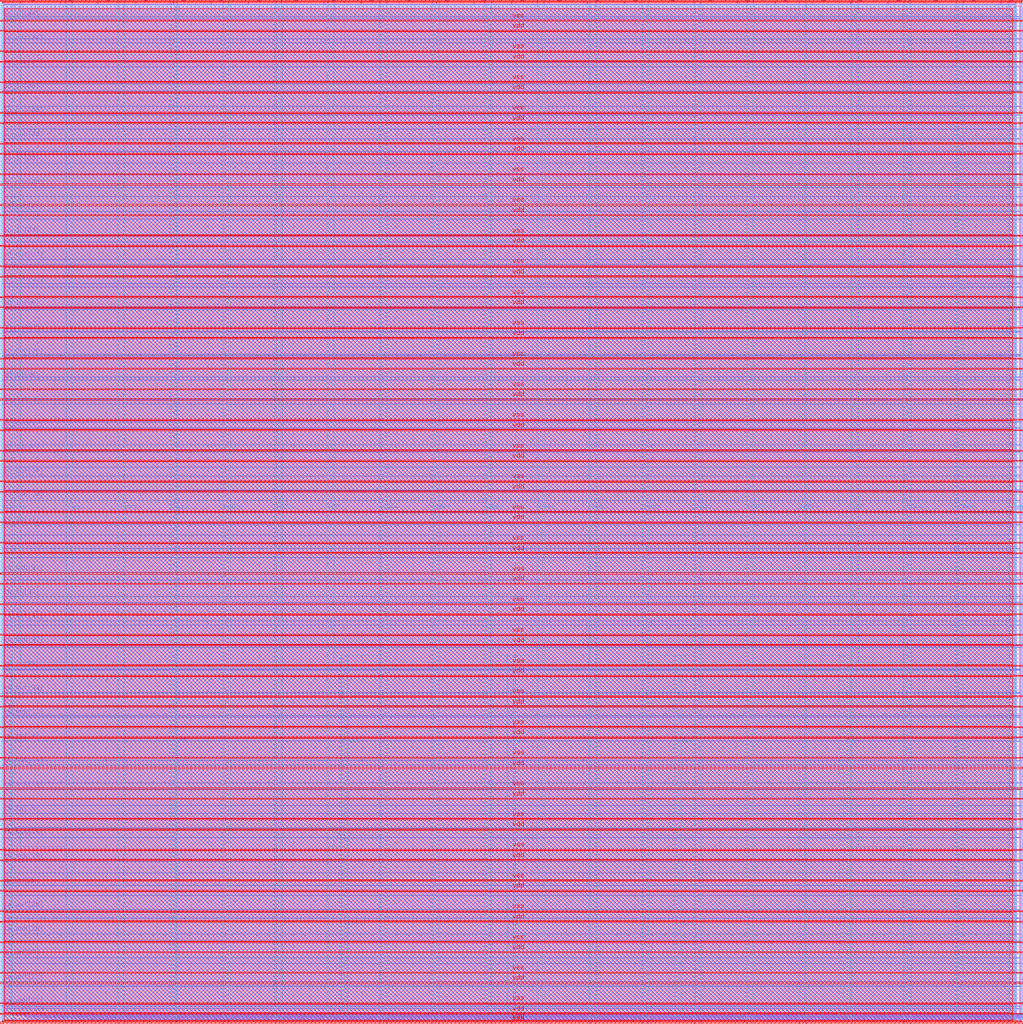
<source format=lef>
VERSION 5.7 ;
  NOWIREEXTENSIONATPIN ON ;
  DIVIDERCHAR "/" ;
  BUSBITCHARS "[]" ;
MACRO user_project_wrapper
  CLASS BLOCK ;
  FOREIGN user_project_wrapper ;
  ORIGIN 0.000 0.000 ;
  SIZE 2980.200 BY 2980.200 ;
  PIN io_in[0]
    DIRECTION INPUT ;
    USE SIGNAL ;
    ANTENNAGATEAREA 1.260000 ;
    PORT
      LAYER Metal3 ;
        RECT 2977.800 35.560 2985.000 36.680 ;
    END
  END io_in[0]
  PIN io_in[10]
    DIRECTION INPUT ;
    USE SIGNAL ;
    ANTENNAGATEAREA 5.146500 ;
    PORT
      LAYER Metal3 ;
        RECT 2977.800 2017.960 2985.000 2019.080 ;
    END
  END io_in[10]
  PIN io_in[11]
    DIRECTION INPUT ;
    USE SIGNAL ;
    ANTENNAGATEAREA 5.146500 ;
    PORT
      LAYER Metal3 ;
        RECT 2977.800 2216.200 2985.000 2217.320 ;
    END
  END io_in[11]
  PIN io_in[12]
    DIRECTION INPUT ;
    USE SIGNAL ;
    ANTENNAGATEAREA 5.146500 ;
    PORT
      LAYER Metal3 ;
        RECT 2977.800 2414.440 2985.000 2415.560 ;
    END
  END io_in[12]
  PIN io_in[13]
    DIRECTION INPUT ;
    USE SIGNAL ;
    ANTENNAGATEAREA 5.146500 ;
    PORT
      LAYER Metal3 ;
        RECT 2977.800 2612.680 2985.000 2613.800 ;
    END
  END io_in[13]
  PIN io_in[14]
    DIRECTION INPUT ;
    USE SIGNAL ;
    ANTENNAGATEAREA 5.146500 ;
    PORT
      LAYER Metal3 ;
        RECT 2977.800 2810.920 2985.000 2812.040 ;
    END
  END io_in[14]
  PIN io_in[15]
    DIRECTION INPUT ;
    USE SIGNAL ;
    ANTENNAGATEAREA 5.146500 ;
    PORT
      LAYER Metal2 ;
        RECT 2923.480 2977.800 2924.600 2985.000 ;
    END
  END io_in[15]
  PIN io_in[16]
    DIRECTION INPUT ;
    USE SIGNAL ;
    ANTENNAGATEAREA 5.146500 ;
    PORT
      LAYER Metal2 ;
        RECT 2592.520 2977.800 2593.640 2985.000 ;
    END
  END io_in[16]
  PIN io_in[17]
    DIRECTION INPUT ;
    USE SIGNAL ;
    ANTENNAGATEAREA 5.146500 ;
    PORT
      LAYER Metal2 ;
        RECT 2261.560 2977.800 2262.680 2985.000 ;
    END
  END io_in[17]
  PIN io_in[18]
    DIRECTION INPUT ;
    USE SIGNAL ;
    ANTENNAGATEAREA 5.146500 ;
    PORT
      LAYER Metal2 ;
        RECT 1930.600 2977.800 1931.720 2985.000 ;
    END
  END io_in[18]
  PIN io_in[19]
    DIRECTION INPUT ;
    USE SIGNAL ;
    ANTENNAGATEAREA 5.146500 ;
    PORT
      LAYER Metal2 ;
        RECT 1599.640 2977.800 1600.760 2985.000 ;
    END
  END io_in[19]
  PIN io_in[1]
    DIRECTION INPUT ;
    USE SIGNAL ;
    PORT
      LAYER Metal3 ;
        RECT 2977.800 233.800 2985.000 234.920 ;
    END
  END io_in[1]
  PIN io_in[20]
    DIRECTION INPUT ;
    USE SIGNAL ;
    ANTENNAGATEAREA 5.146500 ;
    PORT
      LAYER Metal2 ;
        RECT 1268.680 2977.800 1269.800 2985.000 ;
    END
  END io_in[20]
  PIN io_in[21]
    DIRECTION INPUT ;
    USE SIGNAL ;
    ANTENNAGATEAREA 5.146500 ;
    PORT
      LAYER Metal2 ;
        RECT 937.720 2977.800 938.840 2985.000 ;
    END
  END io_in[21]
  PIN io_in[22]
    DIRECTION INPUT ;
    USE SIGNAL ;
    ANTENNAGATEAREA 5.146500 ;
    PORT
      LAYER Metal2 ;
        RECT 606.760 2977.800 607.880 2985.000 ;
    END
  END io_in[22]
  PIN io_in[23]
    DIRECTION INPUT ;
    USE SIGNAL ;
    ANTENNAGATEAREA 5.146500 ;
    PORT
      LAYER Metal2 ;
        RECT 275.800 2977.800 276.920 2985.000 ;
    END
  END io_in[23]
  PIN io_in[24]
    DIRECTION INPUT ;
    USE SIGNAL ;
    ANTENNAGATEAREA 5.146500 ;
    PORT
      LAYER Metal3 ;
        RECT -4.800 2935.800 2.400 2936.920 ;
    END
  END io_in[24]
  PIN io_in[25]
    DIRECTION INPUT ;
    USE SIGNAL ;
    ANTENNAGATEAREA 5.146500 ;
    PORT
      LAYER Metal3 ;
        RECT -4.800 2724.120 2.400 2725.240 ;
    END
  END io_in[25]
  PIN io_in[26]
    DIRECTION INPUT ;
    USE SIGNAL ;
    ANTENNAGATEAREA 5.146500 ;
    PORT
      LAYER Metal3 ;
        RECT -4.800 2512.440 2.400 2513.560 ;
    END
  END io_in[26]
  PIN io_in[27]
    DIRECTION INPUT ;
    USE SIGNAL ;
    ANTENNAGATEAREA 5.146500 ;
    PORT
      LAYER Metal3 ;
        RECT -4.800 2300.760 2.400 2301.880 ;
    END
  END io_in[27]
  PIN io_in[28]
    DIRECTION INPUT ;
    USE SIGNAL ;
    ANTENNAGATEAREA 5.146500 ;
    PORT
      LAYER Metal3 ;
        RECT -4.800 2089.080 2.400 2090.200 ;
    END
  END io_in[28]
  PIN io_in[29]
    DIRECTION INPUT ;
    USE SIGNAL ;
    ANTENNAGATEAREA 5.146500 ;
    PORT
      LAYER Metal3 ;
        RECT -4.800 1877.400 2.400 1878.520 ;
    END
  END io_in[29]
  PIN io_in[2]
    DIRECTION INPUT ;
    USE SIGNAL ;
    PORT
      LAYER Metal3 ;
        RECT 2977.800 432.040 2985.000 433.160 ;
    END
  END io_in[2]
  PIN io_in[30]
    DIRECTION INPUT ;
    USE SIGNAL ;
    ANTENNAGATEAREA 5.146500 ;
    PORT
      LAYER Metal3 ;
        RECT -4.800 1665.720 2.400 1666.840 ;
    END
  END io_in[30]
  PIN io_in[31]
    DIRECTION INPUT ;
    USE SIGNAL ;
    ANTENNAGATEAREA 5.146500 ;
    PORT
      LAYER Metal3 ;
        RECT -4.800 1454.040 2.400 1455.160 ;
    END
  END io_in[31]
  PIN io_in[32]
    DIRECTION INPUT ;
    USE SIGNAL ;
    ANTENNAGATEAREA 5.146500 ;
    PORT
      LAYER Metal3 ;
        RECT -4.800 1242.360 2.400 1243.480 ;
    END
  END io_in[32]
  PIN io_in[33]
    DIRECTION INPUT ;
    USE SIGNAL ;
    ANTENNAGATEAREA 5.146500 ;
    PORT
      LAYER Metal3 ;
        RECT -4.800 1030.680 2.400 1031.800 ;
    END
  END io_in[33]
  PIN io_in[34]
    DIRECTION INPUT ;
    USE SIGNAL ;
    ANTENNAGATEAREA 5.146500 ;
    PORT
      LAYER Metal3 ;
        RECT -4.800 819.000 2.400 820.120 ;
    END
  END io_in[34]
  PIN io_in[35]
    DIRECTION INPUT ;
    USE SIGNAL ;
    ANTENNAGATEAREA 5.146500 ;
    PORT
      LAYER Metal3 ;
        RECT -4.800 607.320 2.400 608.440 ;
    END
  END io_in[35]
  PIN io_in[36]
    DIRECTION INPUT ;
    USE SIGNAL ;
    ANTENNAGATEAREA 5.146500 ;
    PORT
      LAYER Metal3 ;
        RECT -4.800 395.640 2.400 396.760 ;
    END
  END io_in[36]
  PIN io_in[37]
    DIRECTION INPUT ;
    USE SIGNAL ;
    ANTENNAGATEAREA 5.146500 ;
    PORT
      LAYER Metal3 ;
        RECT -4.800 183.960 2.400 185.080 ;
    END
  END io_in[37]
  PIN io_in[3]
    DIRECTION INPUT ;
    USE SIGNAL ;
    PORT
      LAYER Metal3 ;
        RECT 2977.800 630.280 2985.000 631.400 ;
    END
  END io_in[3]
  PIN io_in[4]
    DIRECTION INPUT ;
    USE SIGNAL ;
    PORT
      LAYER Metal3 ;
        RECT 2977.800 828.520 2985.000 829.640 ;
    END
  END io_in[4]
  PIN io_in[5]
    DIRECTION INPUT ;
    USE SIGNAL ;
    PORT
      LAYER Metal3 ;
        RECT 2977.800 1026.760 2985.000 1027.880 ;
    END
  END io_in[5]
  PIN io_in[6]
    DIRECTION INPUT ;
    USE SIGNAL ;
    ANTENNAGATEAREA 5.146500 ;
    PORT
      LAYER Metal3 ;
        RECT 2977.800 1225.000 2985.000 1226.120 ;
    END
  END io_in[6]
  PIN io_in[7]
    DIRECTION INPUT ;
    USE SIGNAL ;
    ANTENNAGATEAREA 5.146500 ;
    PORT
      LAYER Metal3 ;
        RECT 2977.800 1423.240 2985.000 1424.360 ;
    END
  END io_in[7]
  PIN io_in[8]
    DIRECTION INPUT ;
    USE SIGNAL ;
    ANTENNAGATEAREA 5.146500 ;
    PORT
      LAYER Metal3 ;
        RECT 2977.800 1621.480 2985.000 1622.600 ;
    END
  END io_in[8]
  PIN io_in[9]
    DIRECTION INPUT ;
    USE SIGNAL ;
    ANTENNAGATEAREA 5.146500 ;
    PORT
      LAYER Metal3 ;
        RECT 2977.800 1819.720 2985.000 1820.840 ;
    END
  END io_in[9]
  PIN io_oeb[0]
    DIRECTION OUTPUT TRISTATE ;
    USE SIGNAL ;
    ANTENNADIFFAREA 0.536800 ;
    PORT
      LAYER Metal3 ;
        RECT 2977.800 167.720 2985.000 168.840 ;
    END
  END io_oeb[0]
  PIN io_oeb[10]
    DIRECTION OUTPUT TRISTATE ;
    USE SIGNAL ;
    ANTENNADIFFAREA 0.897600 ;
    PORT
      LAYER Metal3 ;
        RECT 2977.800 2150.120 2985.000 2151.240 ;
    END
  END io_oeb[10]
  PIN io_oeb[11]
    DIRECTION OUTPUT TRISTATE ;
    USE SIGNAL ;
    ANTENNADIFFAREA 0.897600 ;
    PORT
      LAYER Metal3 ;
        RECT 2977.800 2348.360 2985.000 2349.480 ;
    END
  END io_oeb[11]
  PIN io_oeb[12]
    DIRECTION OUTPUT TRISTATE ;
    USE SIGNAL ;
    ANTENNADIFFAREA 0.897600 ;
    PORT
      LAYER Metal3 ;
        RECT 2977.800 2546.600 2985.000 2547.720 ;
    END
  END io_oeb[12]
  PIN io_oeb[13]
    DIRECTION OUTPUT TRISTATE ;
    USE SIGNAL ;
    ANTENNADIFFAREA 0.897600 ;
    PORT
      LAYER Metal3 ;
        RECT 2977.800 2744.840 2985.000 2745.960 ;
    END
  END io_oeb[13]
  PIN io_oeb[14]
    DIRECTION OUTPUT TRISTATE ;
    USE SIGNAL ;
    ANTENNADIFFAREA 0.897600 ;
    PORT
      LAYER Metal3 ;
        RECT 2977.800 2943.080 2985.000 2944.200 ;
    END
  END io_oeb[14]
  PIN io_oeb[15]
    DIRECTION OUTPUT TRISTATE ;
    USE SIGNAL ;
    ANTENNADIFFAREA 0.897600 ;
    PORT
      LAYER Metal2 ;
        RECT 2702.840 2977.800 2703.960 2985.000 ;
    END
  END io_oeb[15]
  PIN io_oeb[16]
    DIRECTION OUTPUT TRISTATE ;
    USE SIGNAL ;
    ANTENNADIFFAREA 0.897600 ;
    PORT
      LAYER Metal2 ;
        RECT 2371.880 2977.800 2373.000 2985.000 ;
    END
  END io_oeb[16]
  PIN io_oeb[17]
    DIRECTION OUTPUT TRISTATE ;
    USE SIGNAL ;
    ANTENNADIFFAREA 0.897600 ;
    PORT
      LAYER Metal2 ;
        RECT 2040.920 2977.800 2042.040 2985.000 ;
    END
  END io_oeb[17]
  PIN io_oeb[18]
    DIRECTION OUTPUT TRISTATE ;
    USE SIGNAL ;
    ANTENNADIFFAREA 0.897600 ;
    PORT
      LAYER Metal2 ;
        RECT 1709.960 2977.800 1711.080 2985.000 ;
    END
  END io_oeb[18]
  PIN io_oeb[19]
    DIRECTION OUTPUT TRISTATE ;
    USE SIGNAL ;
    ANTENNADIFFAREA 0.897600 ;
    PORT
      LAYER Metal2 ;
        RECT 1379.000 2977.800 1380.120 2985.000 ;
    END
  END io_oeb[19]
  PIN io_oeb[1]
    DIRECTION OUTPUT TRISTATE ;
    USE SIGNAL ;
    ANTENNADIFFAREA 0.360800 ;
    PORT
      LAYER Metal3 ;
        RECT 2977.800 365.960 2985.000 367.080 ;
    END
  END io_oeb[1]
  PIN io_oeb[20]
    DIRECTION OUTPUT TRISTATE ;
    USE SIGNAL ;
    ANTENNADIFFAREA 0.897600 ;
    PORT
      LAYER Metal2 ;
        RECT 1048.040 2977.800 1049.160 2985.000 ;
    END
  END io_oeb[20]
  PIN io_oeb[21]
    DIRECTION OUTPUT TRISTATE ;
    USE SIGNAL ;
    ANTENNADIFFAREA 0.897600 ;
    PORT
      LAYER Metal2 ;
        RECT 717.080 2977.800 718.200 2985.000 ;
    END
  END io_oeb[21]
  PIN io_oeb[22]
    DIRECTION OUTPUT TRISTATE ;
    USE SIGNAL ;
    ANTENNADIFFAREA 0.897600 ;
    PORT
      LAYER Metal2 ;
        RECT 386.120 2977.800 387.240 2985.000 ;
    END
  END io_oeb[22]
  PIN io_oeb[23]
    DIRECTION OUTPUT TRISTATE ;
    USE SIGNAL ;
    ANTENNADIFFAREA 0.897600 ;
    PORT
      LAYER Metal2 ;
        RECT 55.160 2977.800 56.280 2985.000 ;
    END
  END io_oeb[23]
  PIN io_oeb[24]
    DIRECTION OUTPUT TRISTATE ;
    USE SIGNAL ;
    ANTENNADIFFAREA 0.897600 ;
    PORT
      LAYER Metal3 ;
        RECT -4.800 2794.680 2.400 2795.800 ;
    END
  END io_oeb[24]
  PIN io_oeb[25]
    DIRECTION OUTPUT TRISTATE ;
    USE SIGNAL ;
    ANTENNADIFFAREA 0.897600 ;
    PORT
      LAYER Metal3 ;
        RECT -4.800 2583.000 2.400 2584.120 ;
    END
  END io_oeb[25]
  PIN io_oeb[26]
    DIRECTION OUTPUT TRISTATE ;
    USE SIGNAL ;
    ANTENNADIFFAREA 0.897600 ;
    PORT
      LAYER Metal3 ;
        RECT -4.800 2371.320 2.400 2372.440 ;
    END
  END io_oeb[26]
  PIN io_oeb[27]
    DIRECTION OUTPUT TRISTATE ;
    USE SIGNAL ;
    ANTENNADIFFAREA 0.897600 ;
    PORT
      LAYER Metal3 ;
        RECT -4.800 2159.640 2.400 2160.760 ;
    END
  END io_oeb[27]
  PIN io_oeb[28]
    DIRECTION OUTPUT TRISTATE ;
    USE SIGNAL ;
    ANTENNADIFFAREA 0.897600 ;
    PORT
      LAYER Metal3 ;
        RECT -4.800 1947.960 2.400 1949.080 ;
    END
  END io_oeb[28]
  PIN io_oeb[29]
    DIRECTION OUTPUT TRISTATE ;
    USE SIGNAL ;
    ANTENNADIFFAREA 0.897600 ;
    PORT
      LAYER Metal3 ;
        RECT -4.800 1736.280 2.400 1737.400 ;
    END
  END io_oeb[29]
  PIN io_oeb[2]
    DIRECTION OUTPUT TRISTATE ;
    USE SIGNAL ;
    ANTENNADIFFAREA 0.360800 ;
    PORT
      LAYER Metal3 ;
        RECT 2977.800 564.200 2985.000 565.320 ;
    END
  END io_oeb[2]
  PIN io_oeb[30]
    DIRECTION OUTPUT TRISTATE ;
    USE SIGNAL ;
    ANTENNADIFFAREA 0.897600 ;
    PORT
      LAYER Metal3 ;
        RECT -4.800 1524.600 2.400 1525.720 ;
    END
  END io_oeb[30]
  PIN io_oeb[31]
    DIRECTION OUTPUT TRISTATE ;
    USE SIGNAL ;
    ANTENNADIFFAREA 0.897600 ;
    PORT
      LAYER Metal3 ;
        RECT -4.800 1312.920 2.400 1314.040 ;
    END
  END io_oeb[31]
  PIN io_oeb[32]
    DIRECTION OUTPUT TRISTATE ;
    USE SIGNAL ;
    ANTENNADIFFAREA 0.897600 ;
    PORT
      LAYER Metal3 ;
        RECT -4.800 1101.240 2.400 1102.360 ;
    END
  END io_oeb[32]
  PIN io_oeb[33]
    DIRECTION OUTPUT TRISTATE ;
    USE SIGNAL ;
    ANTENNADIFFAREA 0.897600 ;
    PORT
      LAYER Metal3 ;
        RECT -4.800 889.560 2.400 890.680 ;
    END
  END io_oeb[33]
  PIN io_oeb[34]
    DIRECTION OUTPUT TRISTATE ;
    USE SIGNAL ;
    ANTENNADIFFAREA 0.897600 ;
    PORT
      LAYER Metal3 ;
        RECT -4.800 677.880 2.400 679.000 ;
    END
  END io_oeb[34]
  PIN io_oeb[35]
    DIRECTION OUTPUT TRISTATE ;
    USE SIGNAL ;
    ANTENNADIFFAREA 0.897600 ;
    PORT
      LAYER Metal3 ;
        RECT -4.800 466.200 2.400 467.320 ;
    END
  END io_oeb[35]
  PIN io_oeb[36]
    DIRECTION OUTPUT TRISTATE ;
    USE SIGNAL ;
    ANTENNADIFFAREA 0.897600 ;
    PORT
      LAYER Metal3 ;
        RECT -4.800 254.520 2.400 255.640 ;
    END
  END io_oeb[36]
  PIN io_oeb[37]
    DIRECTION OUTPUT TRISTATE ;
    USE SIGNAL ;
    ANTENNAGATEAREA 15.453500 ;
    ANTENNADIFFAREA 0.830600 ;
    PORT
      LAYER Metal3 ;
        RECT -4.800 42.840 2.400 43.960 ;
    END
  END io_oeb[37]
  PIN io_oeb[3]
    DIRECTION OUTPUT TRISTATE ;
    USE SIGNAL ;
    ANTENNADIFFAREA 0.360800 ;
    PORT
      LAYER Metal3 ;
        RECT 2977.800 762.440 2985.000 763.560 ;
    END
  END io_oeb[3]
  PIN io_oeb[4]
    DIRECTION OUTPUT TRISTATE ;
    USE SIGNAL ;
    ANTENNADIFFAREA 0.360800 ;
    PORT
      LAYER Metal3 ;
        RECT 2977.800 960.680 2985.000 961.800 ;
    END
  END io_oeb[4]
  PIN io_oeb[5]
    DIRECTION OUTPUT TRISTATE ;
    USE SIGNAL ;
    ANTENNADIFFAREA 0.360800 ;
    PORT
      LAYER Metal3 ;
        RECT 2977.800 1158.920 2985.000 1160.040 ;
    END
  END io_oeb[5]
  PIN io_oeb[6]
    DIRECTION OUTPUT TRISTATE ;
    USE SIGNAL ;
    ANTENNADIFFAREA 0.897600 ;
    PORT
      LAYER Metal3 ;
        RECT 2977.800 1357.160 2985.000 1358.280 ;
    END
  END io_oeb[6]
  PIN io_oeb[7]
    DIRECTION OUTPUT TRISTATE ;
    USE SIGNAL ;
    ANTENNADIFFAREA 0.897600 ;
    PORT
      LAYER Metal3 ;
        RECT 2977.800 1555.400 2985.000 1556.520 ;
    END
  END io_oeb[7]
  PIN io_oeb[8]
    DIRECTION OUTPUT TRISTATE ;
    USE SIGNAL ;
    ANTENNADIFFAREA 0.897600 ;
    PORT
      LAYER Metal3 ;
        RECT 2977.800 1753.640 2985.000 1754.760 ;
    END
  END io_oeb[8]
  PIN io_oeb[9]
    DIRECTION OUTPUT TRISTATE ;
    USE SIGNAL ;
    ANTENNADIFFAREA 0.897600 ;
    PORT
      LAYER Metal3 ;
        RECT 2977.800 1951.880 2985.000 1953.000 ;
    END
  END io_oeb[9]
  PIN io_out[0]
    DIRECTION OUTPUT TRISTATE ;
    USE SIGNAL ;
    ANTENNADIFFAREA 0.360800 ;
    PORT
      LAYER Metal3 ;
        RECT 2977.800 101.640 2985.000 102.760 ;
    END
  END io_out[0]
  PIN io_out[10]
    DIRECTION OUTPUT TRISTATE ;
    USE SIGNAL ;
    ANTENNADIFFAREA 0.897600 ;
    PORT
      LAYER Metal3 ;
        RECT 2977.800 2084.040 2985.000 2085.160 ;
    END
  END io_out[10]
  PIN io_out[11]
    DIRECTION OUTPUT TRISTATE ;
    USE SIGNAL ;
    ANTENNADIFFAREA 0.897600 ;
    PORT
      LAYER Metal3 ;
        RECT 2977.800 2282.280 2985.000 2283.400 ;
    END
  END io_out[11]
  PIN io_out[12]
    DIRECTION OUTPUT TRISTATE ;
    USE SIGNAL ;
    ANTENNADIFFAREA 0.897600 ;
    PORT
      LAYER Metal3 ;
        RECT 2977.800 2480.520 2985.000 2481.640 ;
    END
  END io_out[12]
  PIN io_out[13]
    DIRECTION OUTPUT TRISTATE ;
    USE SIGNAL ;
    ANTENNADIFFAREA 0.897600 ;
    PORT
      LAYER Metal3 ;
        RECT 2977.800 2678.760 2985.000 2679.880 ;
    END
  END io_out[13]
  PIN io_out[14]
    DIRECTION OUTPUT TRISTATE ;
    USE SIGNAL ;
    ANTENNADIFFAREA 0.897600 ;
    PORT
      LAYER Metal3 ;
        RECT 2977.800 2877.000 2985.000 2878.120 ;
    END
  END io_out[14]
  PIN io_out[15]
    DIRECTION OUTPUT TRISTATE ;
    USE SIGNAL ;
    ANTENNADIFFAREA 0.897600 ;
    PORT
      LAYER Metal2 ;
        RECT 2813.160 2977.800 2814.280 2985.000 ;
    END
  END io_out[15]
  PIN io_out[16]
    DIRECTION OUTPUT TRISTATE ;
    USE SIGNAL ;
    ANTENNADIFFAREA 0.897600 ;
    PORT
      LAYER Metal2 ;
        RECT 2482.200 2977.800 2483.320 2985.000 ;
    END
  END io_out[16]
  PIN io_out[17]
    DIRECTION OUTPUT TRISTATE ;
    USE SIGNAL ;
    ANTENNADIFFAREA 0.897600 ;
    PORT
      LAYER Metal2 ;
        RECT 2151.240 2977.800 2152.360 2985.000 ;
    END
  END io_out[17]
  PIN io_out[18]
    DIRECTION OUTPUT TRISTATE ;
    USE SIGNAL ;
    ANTENNADIFFAREA 0.897600 ;
    PORT
      LAYER Metal2 ;
        RECT 1820.280 2977.800 1821.400 2985.000 ;
    END
  END io_out[18]
  PIN io_out[19]
    DIRECTION OUTPUT TRISTATE ;
    USE SIGNAL ;
    ANTENNADIFFAREA 0.897600 ;
    PORT
      LAYER Metal2 ;
        RECT 1489.320 2977.800 1490.440 2985.000 ;
    END
  END io_out[19]
  PIN io_out[1]
    DIRECTION OUTPUT TRISTATE ;
    USE SIGNAL ;
    ANTENNADIFFAREA 0.360800 ;
    PORT
      LAYER Metal3 ;
        RECT 2977.800 299.880 2985.000 301.000 ;
    END
  END io_out[1]
  PIN io_out[20]
    DIRECTION OUTPUT TRISTATE ;
    USE SIGNAL ;
    ANTENNADIFFAREA 0.897600 ;
    PORT
      LAYER Metal2 ;
        RECT 1158.360 2977.800 1159.480 2985.000 ;
    END
  END io_out[20]
  PIN io_out[21]
    DIRECTION OUTPUT TRISTATE ;
    USE SIGNAL ;
    ANTENNADIFFAREA 0.897600 ;
    PORT
      LAYER Metal2 ;
        RECT 827.400 2977.800 828.520 2985.000 ;
    END
  END io_out[21]
  PIN io_out[22]
    DIRECTION OUTPUT TRISTATE ;
    USE SIGNAL ;
    ANTENNADIFFAREA 0.897600 ;
    PORT
      LAYER Metal2 ;
        RECT 496.440 2977.800 497.560 2985.000 ;
    END
  END io_out[22]
  PIN io_out[23]
    DIRECTION OUTPUT TRISTATE ;
    USE SIGNAL ;
    ANTENNADIFFAREA 0.897600 ;
    PORT
      LAYER Metal2 ;
        RECT 165.480 2977.800 166.600 2985.000 ;
    END
  END io_out[23]
  PIN io_out[24]
    DIRECTION OUTPUT TRISTATE ;
    USE SIGNAL ;
    ANTENNADIFFAREA 0.897600 ;
    PORT
      LAYER Metal3 ;
        RECT -4.800 2865.240 2.400 2866.360 ;
    END
  END io_out[24]
  PIN io_out[25]
    DIRECTION OUTPUT TRISTATE ;
    USE SIGNAL ;
    ANTENNADIFFAREA 0.897600 ;
    PORT
      LAYER Metal3 ;
        RECT -4.800 2653.560 2.400 2654.680 ;
    END
  END io_out[25]
  PIN io_out[26]
    DIRECTION OUTPUT TRISTATE ;
    USE SIGNAL ;
    ANTENNADIFFAREA 0.897600 ;
    PORT
      LAYER Metal3 ;
        RECT -4.800 2441.880 2.400 2443.000 ;
    END
  END io_out[26]
  PIN io_out[27]
    DIRECTION OUTPUT TRISTATE ;
    USE SIGNAL ;
    ANTENNADIFFAREA 0.897600 ;
    PORT
      LAYER Metal3 ;
        RECT -4.800 2230.200 2.400 2231.320 ;
    END
  END io_out[27]
  PIN io_out[28]
    DIRECTION OUTPUT TRISTATE ;
    USE SIGNAL ;
    ANTENNADIFFAREA 0.897600 ;
    PORT
      LAYER Metal3 ;
        RECT -4.800 2018.520 2.400 2019.640 ;
    END
  END io_out[28]
  PIN io_out[29]
    DIRECTION OUTPUT TRISTATE ;
    USE SIGNAL ;
    ANTENNADIFFAREA 0.897600 ;
    PORT
      LAYER Metal3 ;
        RECT -4.800 1806.840 2.400 1807.960 ;
    END
  END io_out[29]
  PIN io_out[2]
    DIRECTION OUTPUT TRISTATE ;
    USE SIGNAL ;
    ANTENNADIFFAREA 0.360800 ;
    PORT
      LAYER Metal3 ;
        RECT 2977.800 498.120 2985.000 499.240 ;
    END
  END io_out[2]
  PIN io_out[30]
    DIRECTION OUTPUT TRISTATE ;
    USE SIGNAL ;
    ANTENNADIFFAREA 0.897600 ;
    PORT
      LAYER Metal3 ;
        RECT -4.800 1595.160 2.400 1596.280 ;
    END
  END io_out[30]
  PIN io_out[31]
    DIRECTION OUTPUT TRISTATE ;
    USE SIGNAL ;
    ANTENNADIFFAREA 0.897600 ;
    PORT
      LAYER Metal3 ;
        RECT -4.800 1383.480 2.400 1384.600 ;
    END
  END io_out[31]
  PIN io_out[32]
    DIRECTION OUTPUT TRISTATE ;
    USE SIGNAL ;
    ANTENNADIFFAREA 0.897600 ;
    PORT
      LAYER Metal3 ;
        RECT -4.800 1171.800 2.400 1172.920 ;
    END
  END io_out[32]
  PIN io_out[33]
    DIRECTION OUTPUT TRISTATE ;
    USE SIGNAL ;
    ANTENNADIFFAREA 0.897600 ;
    PORT
      LAYER Metal3 ;
        RECT -4.800 960.120 2.400 961.240 ;
    END
  END io_out[33]
  PIN io_out[34]
    DIRECTION OUTPUT TRISTATE ;
    USE SIGNAL ;
    ANTENNADIFFAREA 0.897600 ;
    PORT
      LAYER Metal3 ;
        RECT -4.800 748.440 2.400 749.560 ;
    END
  END io_out[34]
  PIN io_out[35]
    DIRECTION OUTPUT TRISTATE ;
    USE SIGNAL ;
    ANTENNADIFFAREA 0.948400 ;
    PORT
      LAYER Metal3 ;
        RECT -4.800 536.760 2.400 537.880 ;
    END
  END io_out[35]
  PIN io_out[36]
    DIRECTION OUTPUT TRISTATE ;
    USE SIGNAL ;
    ANTENNADIFFAREA 1.276000 ;
    PORT
      LAYER Metal3 ;
        RECT -4.800 325.080 2.400 326.200 ;
    END
  END io_out[36]
  PIN io_out[37]
    DIRECTION OUTPUT TRISTATE ;
    USE SIGNAL ;
    ANTENNADIFFAREA 0.897600 ;
    PORT
      LAYER Metal3 ;
        RECT -4.800 113.400 2.400 114.520 ;
    END
  END io_out[37]
  PIN io_out[3]
    DIRECTION OUTPUT TRISTATE ;
    USE SIGNAL ;
    ANTENNADIFFAREA 0.360800 ;
    PORT
      LAYER Metal3 ;
        RECT 2977.800 696.360 2985.000 697.480 ;
    END
  END io_out[3]
  PIN io_out[4]
    DIRECTION OUTPUT TRISTATE ;
    USE SIGNAL ;
    ANTENNADIFFAREA 0.897600 ;
    PORT
      LAYER Metal3 ;
        RECT 2977.800 894.600 2985.000 895.720 ;
    END
  END io_out[4]
  PIN io_out[5]
    DIRECTION OUTPUT TRISTATE ;
    USE SIGNAL ;
    ANTENNADIFFAREA 1.306400 ;
    PORT
      LAYER Metal3 ;
        RECT 2977.800 1092.840 2985.000 1093.960 ;
    END
  END io_out[5]
  PIN io_out[6]
    DIRECTION OUTPUT TRISTATE ;
    USE SIGNAL ;
    ANTENNADIFFAREA 0.897600 ;
    PORT
      LAYER Metal3 ;
        RECT 2977.800 1291.080 2985.000 1292.200 ;
    END
  END io_out[6]
  PIN io_out[7]
    DIRECTION OUTPUT TRISTATE ;
    USE SIGNAL ;
    ANTENNADIFFAREA 0.897600 ;
    PORT
      LAYER Metal3 ;
        RECT 2977.800 1489.320 2985.000 1490.440 ;
    END
  END io_out[7]
  PIN io_out[8]
    DIRECTION OUTPUT TRISTATE ;
    USE SIGNAL ;
    ANTENNADIFFAREA 0.897600 ;
    PORT
      LAYER Metal3 ;
        RECT 2977.800 1687.560 2985.000 1688.680 ;
    END
  END io_out[8]
  PIN io_out[9]
    DIRECTION OUTPUT TRISTATE ;
    USE SIGNAL ;
    ANTENNADIFFAREA 0.897600 ;
    PORT
      LAYER Metal3 ;
        RECT 2977.800 1885.800 2985.000 1886.920 ;
    END
  END io_out[9]
  PIN la_data_in[0]
    DIRECTION INPUT ;
    USE SIGNAL ;
    PORT
      LAYER Metal2 ;
        RECT 1065.960 -4.800 1067.080 2.400 ;
    END
  END la_data_in[0]
  PIN la_data_in[10]
    DIRECTION INPUT ;
    USE SIGNAL ;
    PORT
      LAYER Metal2 ;
        RECT 1351.560 -4.800 1352.680 2.400 ;
    END
  END la_data_in[10]
  PIN la_data_in[11]
    DIRECTION INPUT ;
    USE SIGNAL ;
    PORT
      LAYER Metal2 ;
        RECT 1380.120 -4.800 1381.240 2.400 ;
    END
  END la_data_in[11]
  PIN la_data_in[12]
    DIRECTION INPUT ;
    USE SIGNAL ;
    PORT
      LAYER Metal2 ;
        RECT 1408.680 -4.800 1409.800 2.400 ;
    END
  END la_data_in[12]
  PIN la_data_in[13]
    DIRECTION INPUT ;
    USE SIGNAL ;
    PORT
      LAYER Metal2 ;
        RECT 1437.240 -4.800 1438.360 2.400 ;
    END
  END la_data_in[13]
  PIN la_data_in[14]
    DIRECTION INPUT ;
    USE SIGNAL ;
    PORT
      LAYER Metal2 ;
        RECT 1465.800 -4.800 1466.920 2.400 ;
    END
  END la_data_in[14]
  PIN la_data_in[15]
    DIRECTION INPUT ;
    USE SIGNAL ;
    PORT
      LAYER Metal2 ;
        RECT 1494.360 -4.800 1495.480 2.400 ;
    END
  END la_data_in[15]
  PIN la_data_in[16]
    DIRECTION INPUT ;
    USE SIGNAL ;
    PORT
      LAYER Metal2 ;
        RECT 1522.920 -4.800 1524.040 2.400 ;
    END
  END la_data_in[16]
  PIN la_data_in[17]
    DIRECTION INPUT ;
    USE SIGNAL ;
    PORT
      LAYER Metal2 ;
        RECT 1551.480 -4.800 1552.600 2.400 ;
    END
  END la_data_in[17]
  PIN la_data_in[18]
    DIRECTION INPUT ;
    USE SIGNAL ;
    PORT
      LAYER Metal2 ;
        RECT 1580.040 -4.800 1581.160 2.400 ;
    END
  END la_data_in[18]
  PIN la_data_in[19]
    DIRECTION INPUT ;
    USE SIGNAL ;
    PORT
      LAYER Metal2 ;
        RECT 1608.600 -4.800 1609.720 2.400 ;
    END
  END la_data_in[19]
  PIN la_data_in[1]
    DIRECTION INPUT ;
    USE SIGNAL ;
    PORT
      LAYER Metal2 ;
        RECT 1094.520 -4.800 1095.640 2.400 ;
    END
  END la_data_in[1]
  PIN la_data_in[20]
    DIRECTION INPUT ;
    USE SIGNAL ;
    PORT
      LAYER Metal2 ;
        RECT 1637.160 -4.800 1638.280 2.400 ;
    END
  END la_data_in[20]
  PIN la_data_in[21]
    DIRECTION INPUT ;
    USE SIGNAL ;
    PORT
      LAYER Metal2 ;
        RECT 1665.720 -4.800 1666.840 2.400 ;
    END
  END la_data_in[21]
  PIN la_data_in[22]
    DIRECTION INPUT ;
    USE SIGNAL ;
    PORT
      LAYER Metal2 ;
        RECT 1694.280 -4.800 1695.400 2.400 ;
    END
  END la_data_in[22]
  PIN la_data_in[23]
    DIRECTION INPUT ;
    USE SIGNAL ;
    PORT
      LAYER Metal2 ;
        RECT 1722.840 -4.800 1723.960 2.400 ;
    END
  END la_data_in[23]
  PIN la_data_in[24]
    DIRECTION INPUT ;
    USE SIGNAL ;
    PORT
      LAYER Metal2 ;
        RECT 1751.400 -4.800 1752.520 2.400 ;
    END
  END la_data_in[24]
  PIN la_data_in[25]
    DIRECTION INPUT ;
    USE SIGNAL ;
    PORT
      LAYER Metal2 ;
        RECT 1779.960 -4.800 1781.080 2.400 ;
    END
  END la_data_in[25]
  PIN la_data_in[26]
    DIRECTION INPUT ;
    USE SIGNAL ;
    PORT
      LAYER Metal2 ;
        RECT 1808.520 -4.800 1809.640 2.400 ;
    END
  END la_data_in[26]
  PIN la_data_in[27]
    DIRECTION INPUT ;
    USE SIGNAL ;
    PORT
      LAYER Metal2 ;
        RECT 1837.080 -4.800 1838.200 2.400 ;
    END
  END la_data_in[27]
  PIN la_data_in[28]
    DIRECTION INPUT ;
    USE SIGNAL ;
    PORT
      LAYER Metal2 ;
        RECT 1865.640 -4.800 1866.760 2.400 ;
    END
  END la_data_in[28]
  PIN la_data_in[29]
    DIRECTION INPUT ;
    USE SIGNAL ;
    PORT
      LAYER Metal2 ;
        RECT 1894.200 -4.800 1895.320 2.400 ;
    END
  END la_data_in[29]
  PIN la_data_in[2]
    DIRECTION INPUT ;
    USE SIGNAL ;
    PORT
      LAYER Metal2 ;
        RECT 1123.080 -4.800 1124.200 2.400 ;
    END
  END la_data_in[2]
  PIN la_data_in[30]
    DIRECTION INPUT ;
    USE SIGNAL ;
    PORT
      LAYER Metal2 ;
        RECT 1922.760 -4.800 1923.880 2.400 ;
    END
  END la_data_in[30]
  PIN la_data_in[31]
    DIRECTION INPUT ;
    USE SIGNAL ;
    PORT
      LAYER Metal2 ;
        RECT 1951.320 -4.800 1952.440 2.400 ;
    END
  END la_data_in[31]
  PIN la_data_in[32]
    DIRECTION INPUT ;
    USE SIGNAL ;
    PORT
      LAYER Metal2 ;
        RECT 1979.880 -4.800 1981.000 2.400 ;
    END
  END la_data_in[32]
  PIN la_data_in[33]
    DIRECTION INPUT ;
    USE SIGNAL ;
    PORT
      LAYER Metal2 ;
        RECT 2008.440 -4.800 2009.560 2.400 ;
    END
  END la_data_in[33]
  PIN la_data_in[34]
    DIRECTION INPUT ;
    USE SIGNAL ;
    PORT
      LAYER Metal2 ;
        RECT 2037.000 -4.800 2038.120 2.400 ;
    END
  END la_data_in[34]
  PIN la_data_in[35]
    DIRECTION INPUT ;
    USE SIGNAL ;
    PORT
      LAYER Metal2 ;
        RECT 2065.560 -4.800 2066.680 2.400 ;
    END
  END la_data_in[35]
  PIN la_data_in[36]
    DIRECTION INPUT ;
    USE SIGNAL ;
    PORT
      LAYER Metal2 ;
        RECT 2094.120 -4.800 2095.240 2.400 ;
    END
  END la_data_in[36]
  PIN la_data_in[37]
    DIRECTION INPUT ;
    USE SIGNAL ;
    PORT
      LAYER Metal2 ;
        RECT 2122.680 -4.800 2123.800 2.400 ;
    END
  END la_data_in[37]
  PIN la_data_in[38]
    DIRECTION INPUT ;
    USE SIGNAL ;
    PORT
      LAYER Metal2 ;
        RECT 2151.240 -4.800 2152.360 2.400 ;
    END
  END la_data_in[38]
  PIN la_data_in[39]
    DIRECTION INPUT ;
    USE SIGNAL ;
    PORT
      LAYER Metal2 ;
        RECT 2179.800 -4.800 2180.920 2.400 ;
    END
  END la_data_in[39]
  PIN la_data_in[3]
    DIRECTION INPUT ;
    USE SIGNAL ;
    PORT
      LAYER Metal2 ;
        RECT 1151.640 -4.800 1152.760 2.400 ;
    END
  END la_data_in[3]
  PIN la_data_in[40]
    DIRECTION INPUT ;
    USE SIGNAL ;
    PORT
      LAYER Metal2 ;
        RECT 2208.360 -4.800 2209.480 2.400 ;
    END
  END la_data_in[40]
  PIN la_data_in[41]
    DIRECTION INPUT ;
    USE SIGNAL ;
    PORT
      LAYER Metal2 ;
        RECT 2236.920 -4.800 2238.040 2.400 ;
    END
  END la_data_in[41]
  PIN la_data_in[42]
    DIRECTION INPUT ;
    USE SIGNAL ;
    PORT
      LAYER Metal2 ;
        RECT 2265.480 -4.800 2266.600 2.400 ;
    END
  END la_data_in[42]
  PIN la_data_in[43]
    DIRECTION INPUT ;
    USE SIGNAL ;
    PORT
      LAYER Metal2 ;
        RECT 2294.040 -4.800 2295.160 2.400 ;
    END
  END la_data_in[43]
  PIN la_data_in[44]
    DIRECTION INPUT ;
    USE SIGNAL ;
    PORT
      LAYER Metal2 ;
        RECT 2322.600 -4.800 2323.720 2.400 ;
    END
  END la_data_in[44]
  PIN la_data_in[45]
    DIRECTION INPUT ;
    USE SIGNAL ;
    PORT
      LAYER Metal2 ;
        RECT 2351.160 -4.800 2352.280 2.400 ;
    END
  END la_data_in[45]
  PIN la_data_in[46]
    DIRECTION INPUT ;
    USE SIGNAL ;
    PORT
      LAYER Metal2 ;
        RECT 2379.720 -4.800 2380.840 2.400 ;
    END
  END la_data_in[46]
  PIN la_data_in[47]
    DIRECTION INPUT ;
    USE SIGNAL ;
    PORT
      LAYER Metal2 ;
        RECT 2408.280 -4.800 2409.400 2.400 ;
    END
  END la_data_in[47]
  PIN la_data_in[48]
    DIRECTION INPUT ;
    USE SIGNAL ;
    PORT
      LAYER Metal2 ;
        RECT 2436.840 -4.800 2437.960 2.400 ;
    END
  END la_data_in[48]
  PIN la_data_in[49]
    DIRECTION INPUT ;
    USE SIGNAL ;
    PORT
      LAYER Metal2 ;
        RECT 2465.400 -4.800 2466.520 2.400 ;
    END
  END la_data_in[49]
  PIN la_data_in[4]
    DIRECTION INPUT ;
    USE SIGNAL ;
    PORT
      LAYER Metal2 ;
        RECT 1180.200 -4.800 1181.320 2.400 ;
    END
  END la_data_in[4]
  PIN la_data_in[50]
    DIRECTION INPUT ;
    USE SIGNAL ;
    PORT
      LAYER Metal2 ;
        RECT 2493.960 -4.800 2495.080 2.400 ;
    END
  END la_data_in[50]
  PIN la_data_in[51]
    DIRECTION INPUT ;
    USE SIGNAL ;
    PORT
      LAYER Metal2 ;
        RECT 2522.520 -4.800 2523.640 2.400 ;
    END
  END la_data_in[51]
  PIN la_data_in[52]
    DIRECTION INPUT ;
    USE SIGNAL ;
    PORT
      LAYER Metal2 ;
        RECT 2551.080 -4.800 2552.200 2.400 ;
    END
  END la_data_in[52]
  PIN la_data_in[53]
    DIRECTION INPUT ;
    USE SIGNAL ;
    PORT
      LAYER Metal2 ;
        RECT 2579.640 -4.800 2580.760 2.400 ;
    END
  END la_data_in[53]
  PIN la_data_in[54]
    DIRECTION INPUT ;
    USE SIGNAL ;
    PORT
      LAYER Metal2 ;
        RECT 2608.200 -4.800 2609.320 2.400 ;
    END
  END la_data_in[54]
  PIN la_data_in[55]
    DIRECTION INPUT ;
    USE SIGNAL ;
    PORT
      LAYER Metal2 ;
        RECT 2636.760 -4.800 2637.880 2.400 ;
    END
  END la_data_in[55]
  PIN la_data_in[56]
    DIRECTION INPUT ;
    USE SIGNAL ;
    PORT
      LAYER Metal2 ;
        RECT 2665.320 -4.800 2666.440 2.400 ;
    END
  END la_data_in[56]
  PIN la_data_in[57]
    DIRECTION INPUT ;
    USE SIGNAL ;
    PORT
      LAYER Metal2 ;
        RECT 2693.880 -4.800 2695.000 2.400 ;
    END
  END la_data_in[57]
  PIN la_data_in[58]
    DIRECTION INPUT ;
    USE SIGNAL ;
    PORT
      LAYER Metal2 ;
        RECT 2722.440 -4.800 2723.560 2.400 ;
    END
  END la_data_in[58]
  PIN la_data_in[59]
    DIRECTION INPUT ;
    USE SIGNAL ;
    PORT
      LAYER Metal2 ;
        RECT 2751.000 -4.800 2752.120 2.400 ;
    END
  END la_data_in[59]
  PIN la_data_in[5]
    DIRECTION INPUT ;
    USE SIGNAL ;
    PORT
      LAYER Metal2 ;
        RECT 1208.760 -4.800 1209.880 2.400 ;
    END
  END la_data_in[5]
  PIN la_data_in[60]
    DIRECTION INPUT ;
    USE SIGNAL ;
    PORT
      LAYER Metal2 ;
        RECT 2779.560 -4.800 2780.680 2.400 ;
    END
  END la_data_in[60]
  PIN la_data_in[61]
    DIRECTION INPUT ;
    USE SIGNAL ;
    PORT
      LAYER Metal2 ;
        RECT 2808.120 -4.800 2809.240 2.400 ;
    END
  END la_data_in[61]
  PIN la_data_in[62]
    DIRECTION INPUT ;
    USE SIGNAL ;
    PORT
      LAYER Metal2 ;
        RECT 2836.680 -4.800 2837.800 2.400 ;
    END
  END la_data_in[62]
  PIN la_data_in[63]
    DIRECTION INPUT ;
    USE SIGNAL ;
    PORT
      LAYER Metal2 ;
        RECT 2865.240 -4.800 2866.360 2.400 ;
    END
  END la_data_in[63]
  PIN la_data_in[6]
    DIRECTION INPUT ;
    USE SIGNAL ;
    PORT
      LAYER Metal2 ;
        RECT 1237.320 -4.800 1238.440 2.400 ;
    END
  END la_data_in[6]
  PIN la_data_in[7]
    DIRECTION INPUT ;
    USE SIGNAL ;
    PORT
      LAYER Metal2 ;
        RECT 1265.880 -4.800 1267.000 2.400 ;
    END
  END la_data_in[7]
  PIN la_data_in[8]
    DIRECTION INPUT ;
    USE SIGNAL ;
    PORT
      LAYER Metal2 ;
        RECT 1294.440 -4.800 1295.560 2.400 ;
    END
  END la_data_in[8]
  PIN la_data_in[9]
    DIRECTION INPUT ;
    USE SIGNAL ;
    PORT
      LAYER Metal2 ;
        RECT 1323.000 -4.800 1324.120 2.400 ;
    END
  END la_data_in[9]
  PIN la_data_out[0]
    DIRECTION OUTPUT TRISTATE ;
    USE SIGNAL ;
    ANTENNADIFFAREA 0.360800 ;
    PORT
      LAYER Metal2 ;
        RECT 1075.480 -4.800 1076.600 2.400 ;
    END
  END la_data_out[0]
  PIN la_data_out[10]
    DIRECTION OUTPUT TRISTATE ;
    USE SIGNAL ;
    ANTENNADIFFAREA 0.360800 ;
    PORT
      LAYER Metal2 ;
        RECT 1361.080 -4.800 1362.200 2.400 ;
    END
  END la_data_out[10]
  PIN la_data_out[11]
    DIRECTION OUTPUT TRISTATE ;
    USE SIGNAL ;
    ANTENNADIFFAREA 0.360800 ;
    PORT
      LAYER Metal2 ;
        RECT 1389.640 -4.800 1390.760 2.400 ;
    END
  END la_data_out[11]
  PIN la_data_out[12]
    DIRECTION OUTPUT TRISTATE ;
    USE SIGNAL ;
    ANTENNADIFFAREA 0.360800 ;
    PORT
      LAYER Metal2 ;
        RECT 1418.200 -4.800 1419.320 2.400 ;
    END
  END la_data_out[12]
  PIN la_data_out[13]
    DIRECTION OUTPUT TRISTATE ;
    USE SIGNAL ;
    ANTENNADIFFAREA 0.360800 ;
    PORT
      LAYER Metal2 ;
        RECT 1446.760 -4.800 1447.880 2.400 ;
    END
  END la_data_out[13]
  PIN la_data_out[14]
    DIRECTION OUTPUT TRISTATE ;
    USE SIGNAL ;
    ANTENNADIFFAREA 0.360800 ;
    PORT
      LAYER Metal2 ;
        RECT 1475.320 -4.800 1476.440 2.400 ;
    END
  END la_data_out[14]
  PIN la_data_out[15]
    DIRECTION OUTPUT TRISTATE ;
    USE SIGNAL ;
    ANTENNADIFFAREA 0.360800 ;
    PORT
      LAYER Metal2 ;
        RECT 1503.880 -4.800 1505.000 2.400 ;
    END
  END la_data_out[15]
  PIN la_data_out[16]
    DIRECTION OUTPUT TRISTATE ;
    USE SIGNAL ;
    ANTENNADIFFAREA 0.360800 ;
    PORT
      LAYER Metal2 ;
        RECT 1532.440 -4.800 1533.560 2.400 ;
    END
  END la_data_out[16]
  PIN la_data_out[17]
    DIRECTION OUTPUT TRISTATE ;
    USE SIGNAL ;
    ANTENNADIFFAREA 0.360800 ;
    PORT
      LAYER Metal2 ;
        RECT 1561.000 -4.800 1562.120 2.400 ;
    END
  END la_data_out[17]
  PIN la_data_out[18]
    DIRECTION OUTPUT TRISTATE ;
    USE SIGNAL ;
    ANTENNADIFFAREA 0.360800 ;
    PORT
      LAYER Metal2 ;
        RECT 1589.560 -4.800 1590.680 2.400 ;
    END
  END la_data_out[18]
  PIN la_data_out[19]
    DIRECTION OUTPUT TRISTATE ;
    USE SIGNAL ;
    ANTENNADIFFAREA 0.360800 ;
    PORT
      LAYER Metal2 ;
        RECT 1618.120 -4.800 1619.240 2.400 ;
    END
  END la_data_out[19]
  PIN la_data_out[1]
    DIRECTION OUTPUT TRISTATE ;
    USE SIGNAL ;
    ANTENNADIFFAREA 0.360800 ;
    PORT
      LAYER Metal2 ;
        RECT 1104.040 -4.800 1105.160 2.400 ;
    END
  END la_data_out[1]
  PIN la_data_out[20]
    DIRECTION OUTPUT TRISTATE ;
    USE SIGNAL ;
    ANTENNADIFFAREA 0.360800 ;
    PORT
      LAYER Metal2 ;
        RECT 1646.680 -4.800 1647.800 2.400 ;
    END
  END la_data_out[20]
  PIN la_data_out[21]
    DIRECTION OUTPUT TRISTATE ;
    USE SIGNAL ;
    ANTENNADIFFAREA 0.360800 ;
    PORT
      LAYER Metal2 ;
        RECT 1675.240 -4.800 1676.360 2.400 ;
    END
  END la_data_out[21]
  PIN la_data_out[22]
    DIRECTION OUTPUT TRISTATE ;
    USE SIGNAL ;
    ANTENNADIFFAREA 0.360800 ;
    PORT
      LAYER Metal2 ;
        RECT 1703.800 -4.800 1704.920 2.400 ;
    END
  END la_data_out[22]
  PIN la_data_out[23]
    DIRECTION OUTPUT TRISTATE ;
    USE SIGNAL ;
    ANTENNADIFFAREA 0.360800 ;
    PORT
      LAYER Metal2 ;
        RECT 1732.360 -4.800 1733.480 2.400 ;
    END
  END la_data_out[23]
  PIN la_data_out[24]
    DIRECTION OUTPUT TRISTATE ;
    USE SIGNAL ;
    ANTENNADIFFAREA 0.360800 ;
    PORT
      LAYER Metal2 ;
        RECT 1760.920 -4.800 1762.040 2.400 ;
    END
  END la_data_out[24]
  PIN la_data_out[25]
    DIRECTION OUTPUT TRISTATE ;
    USE SIGNAL ;
    ANTENNADIFFAREA 0.360800 ;
    PORT
      LAYER Metal2 ;
        RECT 1789.480 -4.800 1790.600 2.400 ;
    END
  END la_data_out[25]
  PIN la_data_out[26]
    DIRECTION OUTPUT TRISTATE ;
    USE SIGNAL ;
    ANTENNADIFFAREA 0.360800 ;
    PORT
      LAYER Metal2 ;
        RECT 1818.040 -4.800 1819.160 2.400 ;
    END
  END la_data_out[26]
  PIN la_data_out[27]
    DIRECTION OUTPUT TRISTATE ;
    USE SIGNAL ;
    ANTENNADIFFAREA 0.360800 ;
    PORT
      LAYER Metal2 ;
        RECT 1846.600 -4.800 1847.720 2.400 ;
    END
  END la_data_out[27]
  PIN la_data_out[28]
    DIRECTION OUTPUT TRISTATE ;
    USE SIGNAL ;
    ANTENNADIFFAREA 0.360800 ;
    PORT
      LAYER Metal2 ;
        RECT 1875.160 -4.800 1876.280 2.400 ;
    END
  END la_data_out[28]
  PIN la_data_out[29]
    DIRECTION OUTPUT TRISTATE ;
    USE SIGNAL ;
    ANTENNADIFFAREA 0.360800 ;
    PORT
      LAYER Metal2 ;
        RECT 1903.720 -4.800 1904.840 2.400 ;
    END
  END la_data_out[29]
  PIN la_data_out[2]
    DIRECTION OUTPUT TRISTATE ;
    USE SIGNAL ;
    ANTENNADIFFAREA 0.360800 ;
    PORT
      LAYER Metal2 ;
        RECT 1132.600 -4.800 1133.720 2.400 ;
    END
  END la_data_out[2]
  PIN la_data_out[30]
    DIRECTION OUTPUT TRISTATE ;
    USE SIGNAL ;
    ANTENNADIFFAREA 0.360800 ;
    PORT
      LAYER Metal2 ;
        RECT 1932.280 -4.800 1933.400 2.400 ;
    END
  END la_data_out[30]
  PIN la_data_out[31]
    DIRECTION OUTPUT TRISTATE ;
    USE SIGNAL ;
    ANTENNADIFFAREA 0.360800 ;
    PORT
      LAYER Metal2 ;
        RECT 1960.840 -4.800 1961.960 2.400 ;
    END
  END la_data_out[31]
  PIN la_data_out[32]
    DIRECTION OUTPUT TRISTATE ;
    USE SIGNAL ;
    ANTENNADIFFAREA 0.360800 ;
    PORT
      LAYER Metal2 ;
        RECT 1989.400 -4.800 1990.520 2.400 ;
    END
  END la_data_out[32]
  PIN la_data_out[33]
    DIRECTION OUTPUT TRISTATE ;
    USE SIGNAL ;
    ANTENNADIFFAREA 0.360800 ;
    PORT
      LAYER Metal2 ;
        RECT 2017.960 -4.800 2019.080 2.400 ;
    END
  END la_data_out[33]
  PIN la_data_out[34]
    DIRECTION OUTPUT TRISTATE ;
    USE SIGNAL ;
    ANTENNADIFFAREA 0.360800 ;
    PORT
      LAYER Metal2 ;
        RECT 2046.520 -4.800 2047.640 2.400 ;
    END
  END la_data_out[34]
  PIN la_data_out[35]
    DIRECTION OUTPUT TRISTATE ;
    USE SIGNAL ;
    ANTENNADIFFAREA 0.360800 ;
    PORT
      LAYER Metal2 ;
        RECT 2075.080 -4.800 2076.200 2.400 ;
    END
  END la_data_out[35]
  PIN la_data_out[36]
    DIRECTION OUTPUT TRISTATE ;
    USE SIGNAL ;
    ANTENNADIFFAREA 0.360800 ;
    PORT
      LAYER Metal2 ;
        RECT 2103.640 -4.800 2104.760 2.400 ;
    END
  END la_data_out[36]
  PIN la_data_out[37]
    DIRECTION OUTPUT TRISTATE ;
    USE SIGNAL ;
    ANTENNADIFFAREA 0.360800 ;
    PORT
      LAYER Metal2 ;
        RECT 2132.200 -4.800 2133.320 2.400 ;
    END
  END la_data_out[37]
  PIN la_data_out[38]
    DIRECTION OUTPUT TRISTATE ;
    USE SIGNAL ;
    ANTENNADIFFAREA 0.360800 ;
    PORT
      LAYER Metal2 ;
        RECT 2160.760 -4.800 2161.880 2.400 ;
    END
  END la_data_out[38]
  PIN la_data_out[39]
    DIRECTION OUTPUT TRISTATE ;
    USE SIGNAL ;
    ANTENNADIFFAREA 0.360800 ;
    PORT
      LAYER Metal2 ;
        RECT 2189.320 -4.800 2190.440 2.400 ;
    END
  END la_data_out[39]
  PIN la_data_out[3]
    DIRECTION OUTPUT TRISTATE ;
    USE SIGNAL ;
    ANTENNADIFFAREA 0.360800 ;
    PORT
      LAYER Metal2 ;
        RECT 1161.160 -4.800 1162.280 2.400 ;
    END
  END la_data_out[3]
  PIN la_data_out[40]
    DIRECTION OUTPUT TRISTATE ;
    USE SIGNAL ;
    ANTENNADIFFAREA 0.360800 ;
    PORT
      LAYER Metal2 ;
        RECT 2217.880 -4.800 2219.000 2.400 ;
    END
  END la_data_out[40]
  PIN la_data_out[41]
    DIRECTION OUTPUT TRISTATE ;
    USE SIGNAL ;
    ANTENNADIFFAREA 0.360800 ;
    PORT
      LAYER Metal2 ;
        RECT 2246.440 -4.800 2247.560 2.400 ;
    END
  END la_data_out[41]
  PIN la_data_out[42]
    DIRECTION OUTPUT TRISTATE ;
    USE SIGNAL ;
    ANTENNADIFFAREA 0.360800 ;
    PORT
      LAYER Metal2 ;
        RECT 2275.000 -4.800 2276.120 2.400 ;
    END
  END la_data_out[42]
  PIN la_data_out[43]
    DIRECTION OUTPUT TRISTATE ;
    USE SIGNAL ;
    ANTENNADIFFAREA 0.360800 ;
    PORT
      LAYER Metal2 ;
        RECT 2303.560 -4.800 2304.680 2.400 ;
    END
  END la_data_out[43]
  PIN la_data_out[44]
    DIRECTION OUTPUT TRISTATE ;
    USE SIGNAL ;
    ANTENNADIFFAREA 0.360800 ;
    PORT
      LAYER Metal2 ;
        RECT 2332.120 -4.800 2333.240 2.400 ;
    END
  END la_data_out[44]
  PIN la_data_out[45]
    DIRECTION OUTPUT TRISTATE ;
    USE SIGNAL ;
    ANTENNADIFFAREA 0.360800 ;
    PORT
      LAYER Metal2 ;
        RECT 2360.680 -4.800 2361.800 2.400 ;
    END
  END la_data_out[45]
  PIN la_data_out[46]
    DIRECTION OUTPUT TRISTATE ;
    USE SIGNAL ;
    ANTENNADIFFAREA 0.360800 ;
    PORT
      LAYER Metal2 ;
        RECT 2389.240 -4.800 2390.360 2.400 ;
    END
  END la_data_out[46]
  PIN la_data_out[47]
    DIRECTION OUTPUT TRISTATE ;
    USE SIGNAL ;
    ANTENNADIFFAREA 0.360800 ;
    PORT
      LAYER Metal2 ;
        RECT 2417.800 -4.800 2418.920 2.400 ;
    END
  END la_data_out[47]
  PIN la_data_out[48]
    DIRECTION OUTPUT TRISTATE ;
    USE SIGNAL ;
    ANTENNADIFFAREA 0.360800 ;
    PORT
      LAYER Metal2 ;
        RECT 2446.360 -4.800 2447.480 2.400 ;
    END
  END la_data_out[48]
  PIN la_data_out[49]
    DIRECTION OUTPUT TRISTATE ;
    USE SIGNAL ;
    ANTENNADIFFAREA 0.360800 ;
    PORT
      LAYER Metal2 ;
        RECT 2474.920 -4.800 2476.040 2.400 ;
    END
  END la_data_out[49]
  PIN la_data_out[4]
    DIRECTION OUTPUT TRISTATE ;
    USE SIGNAL ;
    ANTENNADIFFAREA 0.360800 ;
    PORT
      LAYER Metal2 ;
        RECT 1189.720 -4.800 1190.840 2.400 ;
    END
  END la_data_out[4]
  PIN la_data_out[50]
    DIRECTION OUTPUT TRISTATE ;
    USE SIGNAL ;
    ANTENNADIFFAREA 0.360800 ;
    PORT
      LAYER Metal2 ;
        RECT 2503.480 -4.800 2504.600 2.400 ;
    END
  END la_data_out[50]
  PIN la_data_out[51]
    DIRECTION OUTPUT TRISTATE ;
    USE SIGNAL ;
    ANTENNADIFFAREA 0.360800 ;
    PORT
      LAYER Metal2 ;
        RECT 2532.040 -4.800 2533.160 2.400 ;
    END
  END la_data_out[51]
  PIN la_data_out[52]
    DIRECTION OUTPUT TRISTATE ;
    USE SIGNAL ;
    ANTENNADIFFAREA 0.360800 ;
    PORT
      LAYER Metal2 ;
        RECT 2560.600 -4.800 2561.720 2.400 ;
    END
  END la_data_out[52]
  PIN la_data_out[53]
    DIRECTION OUTPUT TRISTATE ;
    USE SIGNAL ;
    ANTENNADIFFAREA 0.360800 ;
    PORT
      LAYER Metal2 ;
        RECT 2589.160 -4.800 2590.280 2.400 ;
    END
  END la_data_out[53]
  PIN la_data_out[54]
    DIRECTION OUTPUT TRISTATE ;
    USE SIGNAL ;
    ANTENNADIFFAREA 0.360800 ;
    PORT
      LAYER Metal2 ;
        RECT 2617.720 -4.800 2618.840 2.400 ;
    END
  END la_data_out[54]
  PIN la_data_out[55]
    DIRECTION OUTPUT TRISTATE ;
    USE SIGNAL ;
    ANTENNADIFFAREA 0.360800 ;
    PORT
      LAYER Metal2 ;
        RECT 2646.280 -4.800 2647.400 2.400 ;
    END
  END la_data_out[55]
  PIN la_data_out[56]
    DIRECTION OUTPUT TRISTATE ;
    USE SIGNAL ;
    ANTENNADIFFAREA 0.360800 ;
    PORT
      LAYER Metal2 ;
        RECT 2674.840 -4.800 2675.960 2.400 ;
    END
  END la_data_out[56]
  PIN la_data_out[57]
    DIRECTION OUTPUT TRISTATE ;
    USE SIGNAL ;
    ANTENNADIFFAREA 0.360800 ;
    PORT
      LAYER Metal2 ;
        RECT 2703.400 -4.800 2704.520 2.400 ;
    END
  END la_data_out[57]
  PIN la_data_out[58]
    DIRECTION OUTPUT TRISTATE ;
    USE SIGNAL ;
    ANTENNADIFFAREA 0.360800 ;
    PORT
      LAYER Metal2 ;
        RECT 2731.960 -4.800 2733.080 2.400 ;
    END
  END la_data_out[58]
  PIN la_data_out[59]
    DIRECTION OUTPUT TRISTATE ;
    USE SIGNAL ;
    ANTENNADIFFAREA 0.360800 ;
    PORT
      LAYER Metal2 ;
        RECT 2760.520 -4.800 2761.640 2.400 ;
    END
  END la_data_out[59]
  PIN la_data_out[5]
    DIRECTION OUTPUT TRISTATE ;
    USE SIGNAL ;
    ANTENNADIFFAREA 0.360800 ;
    PORT
      LAYER Metal2 ;
        RECT 1218.280 -4.800 1219.400 2.400 ;
    END
  END la_data_out[5]
  PIN la_data_out[60]
    DIRECTION OUTPUT TRISTATE ;
    USE SIGNAL ;
    ANTENNADIFFAREA 0.360800 ;
    PORT
      LAYER Metal2 ;
        RECT 2789.080 -4.800 2790.200 2.400 ;
    END
  END la_data_out[60]
  PIN la_data_out[61]
    DIRECTION OUTPUT TRISTATE ;
    USE SIGNAL ;
    ANTENNADIFFAREA 0.360800 ;
    PORT
      LAYER Metal2 ;
        RECT 2817.640 -4.800 2818.760 2.400 ;
    END
  END la_data_out[61]
  PIN la_data_out[62]
    DIRECTION OUTPUT TRISTATE ;
    USE SIGNAL ;
    ANTENNADIFFAREA 0.360800 ;
    PORT
      LAYER Metal2 ;
        RECT 2846.200 -4.800 2847.320 2.400 ;
    END
  END la_data_out[62]
  PIN la_data_out[63]
    DIRECTION OUTPUT TRISTATE ;
    USE SIGNAL ;
    ANTENNADIFFAREA 0.360800 ;
    PORT
      LAYER Metal2 ;
        RECT 2874.760 -4.800 2875.880 2.400 ;
    END
  END la_data_out[63]
  PIN la_data_out[6]
    DIRECTION OUTPUT TRISTATE ;
    USE SIGNAL ;
    ANTENNADIFFAREA 0.360800 ;
    PORT
      LAYER Metal2 ;
        RECT 1246.840 -4.800 1247.960 2.400 ;
    END
  END la_data_out[6]
  PIN la_data_out[7]
    DIRECTION OUTPUT TRISTATE ;
    USE SIGNAL ;
    ANTENNADIFFAREA 0.360800 ;
    PORT
      LAYER Metal2 ;
        RECT 1275.400 -4.800 1276.520 2.400 ;
    END
  END la_data_out[7]
  PIN la_data_out[8]
    DIRECTION OUTPUT TRISTATE ;
    USE SIGNAL ;
    ANTENNADIFFAREA 0.360800 ;
    PORT
      LAYER Metal2 ;
        RECT 1303.960 -4.800 1305.080 2.400 ;
    END
  END la_data_out[8]
  PIN la_data_out[9]
    DIRECTION OUTPUT TRISTATE ;
    USE SIGNAL ;
    ANTENNADIFFAREA 0.360800 ;
    PORT
      LAYER Metal2 ;
        RECT 1332.520 -4.800 1333.640 2.400 ;
    END
  END la_data_out[9]
  PIN la_oenb[0]
    DIRECTION INPUT ;
    USE SIGNAL ;
    PORT
      LAYER Metal2 ;
        RECT 1085.000 -4.800 1086.120 2.400 ;
    END
  END la_oenb[0]
  PIN la_oenb[10]
    DIRECTION INPUT ;
    USE SIGNAL ;
    PORT
      LAYER Metal2 ;
        RECT 1370.600 -4.800 1371.720 2.400 ;
    END
  END la_oenb[10]
  PIN la_oenb[11]
    DIRECTION INPUT ;
    USE SIGNAL ;
    PORT
      LAYER Metal2 ;
        RECT 1399.160 -4.800 1400.280 2.400 ;
    END
  END la_oenb[11]
  PIN la_oenb[12]
    DIRECTION INPUT ;
    USE SIGNAL ;
    PORT
      LAYER Metal2 ;
        RECT 1427.720 -4.800 1428.840 2.400 ;
    END
  END la_oenb[12]
  PIN la_oenb[13]
    DIRECTION INPUT ;
    USE SIGNAL ;
    PORT
      LAYER Metal2 ;
        RECT 1456.280 -4.800 1457.400 2.400 ;
    END
  END la_oenb[13]
  PIN la_oenb[14]
    DIRECTION INPUT ;
    USE SIGNAL ;
    PORT
      LAYER Metal2 ;
        RECT 1484.840 -4.800 1485.960 2.400 ;
    END
  END la_oenb[14]
  PIN la_oenb[15]
    DIRECTION INPUT ;
    USE SIGNAL ;
    PORT
      LAYER Metal2 ;
        RECT 1513.400 -4.800 1514.520 2.400 ;
    END
  END la_oenb[15]
  PIN la_oenb[16]
    DIRECTION INPUT ;
    USE SIGNAL ;
    PORT
      LAYER Metal2 ;
        RECT 1541.960 -4.800 1543.080 2.400 ;
    END
  END la_oenb[16]
  PIN la_oenb[17]
    DIRECTION INPUT ;
    USE SIGNAL ;
    PORT
      LAYER Metal2 ;
        RECT 1570.520 -4.800 1571.640 2.400 ;
    END
  END la_oenb[17]
  PIN la_oenb[18]
    DIRECTION INPUT ;
    USE SIGNAL ;
    PORT
      LAYER Metal2 ;
        RECT 1599.080 -4.800 1600.200 2.400 ;
    END
  END la_oenb[18]
  PIN la_oenb[19]
    DIRECTION INPUT ;
    USE SIGNAL ;
    PORT
      LAYER Metal2 ;
        RECT 1627.640 -4.800 1628.760 2.400 ;
    END
  END la_oenb[19]
  PIN la_oenb[1]
    DIRECTION INPUT ;
    USE SIGNAL ;
    PORT
      LAYER Metal2 ;
        RECT 1113.560 -4.800 1114.680 2.400 ;
    END
  END la_oenb[1]
  PIN la_oenb[20]
    DIRECTION INPUT ;
    USE SIGNAL ;
    PORT
      LAYER Metal2 ;
        RECT 1656.200 -4.800 1657.320 2.400 ;
    END
  END la_oenb[20]
  PIN la_oenb[21]
    DIRECTION INPUT ;
    USE SIGNAL ;
    PORT
      LAYER Metal2 ;
        RECT 1684.760 -4.800 1685.880 2.400 ;
    END
  END la_oenb[21]
  PIN la_oenb[22]
    DIRECTION INPUT ;
    USE SIGNAL ;
    PORT
      LAYER Metal2 ;
        RECT 1713.320 -4.800 1714.440 2.400 ;
    END
  END la_oenb[22]
  PIN la_oenb[23]
    DIRECTION INPUT ;
    USE SIGNAL ;
    PORT
      LAYER Metal2 ;
        RECT 1741.880 -4.800 1743.000 2.400 ;
    END
  END la_oenb[23]
  PIN la_oenb[24]
    DIRECTION INPUT ;
    USE SIGNAL ;
    PORT
      LAYER Metal2 ;
        RECT 1770.440 -4.800 1771.560 2.400 ;
    END
  END la_oenb[24]
  PIN la_oenb[25]
    DIRECTION INPUT ;
    USE SIGNAL ;
    PORT
      LAYER Metal2 ;
        RECT 1799.000 -4.800 1800.120 2.400 ;
    END
  END la_oenb[25]
  PIN la_oenb[26]
    DIRECTION INPUT ;
    USE SIGNAL ;
    PORT
      LAYER Metal2 ;
        RECT 1827.560 -4.800 1828.680 2.400 ;
    END
  END la_oenb[26]
  PIN la_oenb[27]
    DIRECTION INPUT ;
    USE SIGNAL ;
    PORT
      LAYER Metal2 ;
        RECT 1856.120 -4.800 1857.240 2.400 ;
    END
  END la_oenb[27]
  PIN la_oenb[28]
    DIRECTION INPUT ;
    USE SIGNAL ;
    PORT
      LAYER Metal2 ;
        RECT 1884.680 -4.800 1885.800 2.400 ;
    END
  END la_oenb[28]
  PIN la_oenb[29]
    DIRECTION INPUT ;
    USE SIGNAL ;
    PORT
      LAYER Metal2 ;
        RECT 1913.240 -4.800 1914.360 2.400 ;
    END
  END la_oenb[29]
  PIN la_oenb[2]
    DIRECTION INPUT ;
    USE SIGNAL ;
    PORT
      LAYER Metal2 ;
        RECT 1142.120 -4.800 1143.240 2.400 ;
    END
  END la_oenb[2]
  PIN la_oenb[30]
    DIRECTION INPUT ;
    USE SIGNAL ;
    PORT
      LAYER Metal2 ;
        RECT 1941.800 -4.800 1942.920 2.400 ;
    END
  END la_oenb[30]
  PIN la_oenb[31]
    DIRECTION INPUT ;
    USE SIGNAL ;
    PORT
      LAYER Metal2 ;
        RECT 1970.360 -4.800 1971.480 2.400 ;
    END
  END la_oenb[31]
  PIN la_oenb[32]
    DIRECTION INPUT ;
    USE SIGNAL ;
    PORT
      LAYER Metal2 ;
        RECT 1998.920 -4.800 2000.040 2.400 ;
    END
  END la_oenb[32]
  PIN la_oenb[33]
    DIRECTION INPUT ;
    USE SIGNAL ;
    PORT
      LAYER Metal2 ;
        RECT 2027.480 -4.800 2028.600 2.400 ;
    END
  END la_oenb[33]
  PIN la_oenb[34]
    DIRECTION INPUT ;
    USE SIGNAL ;
    PORT
      LAYER Metal2 ;
        RECT 2056.040 -4.800 2057.160 2.400 ;
    END
  END la_oenb[34]
  PIN la_oenb[35]
    DIRECTION INPUT ;
    USE SIGNAL ;
    PORT
      LAYER Metal2 ;
        RECT 2084.600 -4.800 2085.720 2.400 ;
    END
  END la_oenb[35]
  PIN la_oenb[36]
    DIRECTION INPUT ;
    USE SIGNAL ;
    PORT
      LAYER Metal2 ;
        RECT 2113.160 -4.800 2114.280 2.400 ;
    END
  END la_oenb[36]
  PIN la_oenb[37]
    DIRECTION INPUT ;
    USE SIGNAL ;
    PORT
      LAYER Metal2 ;
        RECT 2141.720 -4.800 2142.840 2.400 ;
    END
  END la_oenb[37]
  PIN la_oenb[38]
    DIRECTION INPUT ;
    USE SIGNAL ;
    PORT
      LAYER Metal2 ;
        RECT 2170.280 -4.800 2171.400 2.400 ;
    END
  END la_oenb[38]
  PIN la_oenb[39]
    DIRECTION INPUT ;
    USE SIGNAL ;
    PORT
      LAYER Metal2 ;
        RECT 2198.840 -4.800 2199.960 2.400 ;
    END
  END la_oenb[39]
  PIN la_oenb[3]
    DIRECTION INPUT ;
    USE SIGNAL ;
    PORT
      LAYER Metal2 ;
        RECT 1170.680 -4.800 1171.800 2.400 ;
    END
  END la_oenb[3]
  PIN la_oenb[40]
    DIRECTION INPUT ;
    USE SIGNAL ;
    PORT
      LAYER Metal2 ;
        RECT 2227.400 -4.800 2228.520 2.400 ;
    END
  END la_oenb[40]
  PIN la_oenb[41]
    DIRECTION INPUT ;
    USE SIGNAL ;
    PORT
      LAYER Metal2 ;
        RECT 2255.960 -4.800 2257.080 2.400 ;
    END
  END la_oenb[41]
  PIN la_oenb[42]
    DIRECTION INPUT ;
    USE SIGNAL ;
    PORT
      LAYER Metal2 ;
        RECT 2284.520 -4.800 2285.640 2.400 ;
    END
  END la_oenb[42]
  PIN la_oenb[43]
    DIRECTION INPUT ;
    USE SIGNAL ;
    PORT
      LAYER Metal2 ;
        RECT 2313.080 -4.800 2314.200 2.400 ;
    END
  END la_oenb[43]
  PIN la_oenb[44]
    DIRECTION INPUT ;
    USE SIGNAL ;
    PORT
      LAYER Metal2 ;
        RECT 2341.640 -4.800 2342.760 2.400 ;
    END
  END la_oenb[44]
  PIN la_oenb[45]
    DIRECTION INPUT ;
    USE SIGNAL ;
    PORT
      LAYER Metal2 ;
        RECT 2370.200 -4.800 2371.320 2.400 ;
    END
  END la_oenb[45]
  PIN la_oenb[46]
    DIRECTION INPUT ;
    USE SIGNAL ;
    PORT
      LAYER Metal2 ;
        RECT 2398.760 -4.800 2399.880 2.400 ;
    END
  END la_oenb[46]
  PIN la_oenb[47]
    DIRECTION INPUT ;
    USE SIGNAL ;
    PORT
      LAYER Metal2 ;
        RECT 2427.320 -4.800 2428.440 2.400 ;
    END
  END la_oenb[47]
  PIN la_oenb[48]
    DIRECTION INPUT ;
    USE SIGNAL ;
    PORT
      LAYER Metal2 ;
        RECT 2455.880 -4.800 2457.000 2.400 ;
    END
  END la_oenb[48]
  PIN la_oenb[49]
    DIRECTION INPUT ;
    USE SIGNAL ;
    PORT
      LAYER Metal2 ;
        RECT 2484.440 -4.800 2485.560 2.400 ;
    END
  END la_oenb[49]
  PIN la_oenb[4]
    DIRECTION INPUT ;
    USE SIGNAL ;
    PORT
      LAYER Metal2 ;
        RECT 1199.240 -4.800 1200.360 2.400 ;
    END
  END la_oenb[4]
  PIN la_oenb[50]
    DIRECTION INPUT ;
    USE SIGNAL ;
    PORT
      LAYER Metal2 ;
        RECT 2513.000 -4.800 2514.120 2.400 ;
    END
  END la_oenb[50]
  PIN la_oenb[51]
    DIRECTION INPUT ;
    USE SIGNAL ;
    PORT
      LAYER Metal2 ;
        RECT 2541.560 -4.800 2542.680 2.400 ;
    END
  END la_oenb[51]
  PIN la_oenb[52]
    DIRECTION INPUT ;
    USE SIGNAL ;
    PORT
      LAYER Metal2 ;
        RECT 2570.120 -4.800 2571.240 2.400 ;
    END
  END la_oenb[52]
  PIN la_oenb[53]
    DIRECTION INPUT ;
    USE SIGNAL ;
    PORT
      LAYER Metal2 ;
        RECT 2598.680 -4.800 2599.800 2.400 ;
    END
  END la_oenb[53]
  PIN la_oenb[54]
    DIRECTION INPUT ;
    USE SIGNAL ;
    PORT
      LAYER Metal2 ;
        RECT 2627.240 -4.800 2628.360 2.400 ;
    END
  END la_oenb[54]
  PIN la_oenb[55]
    DIRECTION INPUT ;
    USE SIGNAL ;
    PORT
      LAYER Metal2 ;
        RECT 2655.800 -4.800 2656.920 2.400 ;
    END
  END la_oenb[55]
  PIN la_oenb[56]
    DIRECTION INPUT ;
    USE SIGNAL ;
    PORT
      LAYER Metal2 ;
        RECT 2684.360 -4.800 2685.480 2.400 ;
    END
  END la_oenb[56]
  PIN la_oenb[57]
    DIRECTION INPUT ;
    USE SIGNAL ;
    PORT
      LAYER Metal2 ;
        RECT 2712.920 -4.800 2714.040 2.400 ;
    END
  END la_oenb[57]
  PIN la_oenb[58]
    DIRECTION INPUT ;
    USE SIGNAL ;
    PORT
      LAYER Metal2 ;
        RECT 2741.480 -4.800 2742.600 2.400 ;
    END
  END la_oenb[58]
  PIN la_oenb[59]
    DIRECTION INPUT ;
    USE SIGNAL ;
    PORT
      LAYER Metal2 ;
        RECT 2770.040 -4.800 2771.160 2.400 ;
    END
  END la_oenb[59]
  PIN la_oenb[5]
    DIRECTION INPUT ;
    USE SIGNAL ;
    PORT
      LAYER Metal2 ;
        RECT 1227.800 -4.800 1228.920 2.400 ;
    END
  END la_oenb[5]
  PIN la_oenb[60]
    DIRECTION INPUT ;
    USE SIGNAL ;
    PORT
      LAYER Metal2 ;
        RECT 2798.600 -4.800 2799.720 2.400 ;
    END
  END la_oenb[60]
  PIN la_oenb[61]
    DIRECTION INPUT ;
    USE SIGNAL ;
    PORT
      LAYER Metal2 ;
        RECT 2827.160 -4.800 2828.280 2.400 ;
    END
  END la_oenb[61]
  PIN la_oenb[62]
    DIRECTION INPUT ;
    USE SIGNAL ;
    PORT
      LAYER Metal2 ;
        RECT 2855.720 -4.800 2856.840 2.400 ;
    END
  END la_oenb[62]
  PIN la_oenb[63]
    DIRECTION INPUT ;
    USE SIGNAL ;
    PORT
      LAYER Metal2 ;
        RECT 2884.280 -4.800 2885.400 2.400 ;
    END
  END la_oenb[63]
  PIN la_oenb[6]
    DIRECTION INPUT ;
    USE SIGNAL ;
    PORT
      LAYER Metal2 ;
        RECT 1256.360 -4.800 1257.480 2.400 ;
    END
  END la_oenb[6]
  PIN la_oenb[7]
    DIRECTION INPUT ;
    USE SIGNAL ;
    PORT
      LAYER Metal2 ;
        RECT 1284.920 -4.800 1286.040 2.400 ;
    END
  END la_oenb[7]
  PIN la_oenb[8]
    DIRECTION INPUT ;
    USE SIGNAL ;
    PORT
      LAYER Metal2 ;
        RECT 1313.480 -4.800 1314.600 2.400 ;
    END
  END la_oenb[8]
  PIN la_oenb[9]
    DIRECTION INPUT ;
    USE SIGNAL ;
    PORT
      LAYER Metal2 ;
        RECT 1342.040 -4.800 1343.160 2.400 ;
    END
  END la_oenb[9]
  PIN user_clock2
    DIRECTION INPUT ;
    USE SIGNAL ;
    PORT
      LAYER Metal2 ;
        RECT 2893.800 -4.800 2894.920 2.400 ;
    END
  END user_clock2
  PIN user_irq[0]
    DIRECTION OUTPUT TRISTATE ;
    USE SIGNAL ;
    ANTENNADIFFAREA 0.360800 ;
    PORT
      LAYER Metal2 ;
        RECT 2903.320 -4.800 2904.440 2.400 ;
    END
  END user_irq[0]
  PIN user_irq[1]
    DIRECTION OUTPUT TRISTATE ;
    USE SIGNAL ;
    ANTENNADIFFAREA 0.360800 ;
    PORT
      LAYER Metal2 ;
        RECT 2912.840 -4.800 2913.960 2.400 ;
    END
  END user_irq[1]
  PIN user_irq[2]
    DIRECTION OUTPUT TRISTATE ;
    USE SIGNAL ;
    ANTENNADIFFAREA 0.360800 ;
    PORT
      LAYER Metal2 ;
        RECT 2922.360 -4.800 2923.480 2.400 ;
    END
  END user_irq[2]
  PIN vdd
    DIRECTION INOUT ;
    USE POWER ;
    PORT
      LAYER Metal4 ;
        RECT -4.780 -3.420 -1.680 2986.540 ;
    END
    PORT
      LAYER Metal5 ;
        RECT -4.780 -3.420 2985.100 -0.320 ;
    END
    PORT
      LAYER Metal5 ;
        RECT -4.780 2983.440 2985.100 2986.540 ;
    END
    PORT
      LAYER Metal4 ;
        RECT 2982.000 -3.420 2985.100 2986.540 ;
    END
    PORT
      LAYER Metal4 ;
        RECT 27.090 -8.220 30.190 2991.340 ;
    END
    PORT
      LAYER Metal4 ;
        RECT 180.690 -8.220 183.790 2991.340 ;
    END
    PORT
      LAYER Metal4 ;
        RECT 334.290 -8.220 337.390 2991.340 ;
    END
    PORT
      LAYER Metal4 ;
        RECT 487.890 -8.220 490.990 2991.340 ;
    END
    PORT
      LAYER Metal4 ;
        RECT 641.490 -8.220 644.590 2991.340 ;
    END
    PORT
      LAYER Metal4 ;
        RECT 795.090 -8.220 798.190 2991.340 ;
    END
    PORT
      LAYER Metal4 ;
        RECT 948.690 -8.220 951.790 2991.340 ;
    END
    PORT
      LAYER Metal4 ;
        RECT 1102.290 -8.220 1105.390 2991.340 ;
    END
    PORT
      LAYER Metal4 ;
        RECT 1255.890 -8.220 1258.990 2991.340 ;
    END
    PORT
      LAYER Metal4 ;
        RECT 1409.490 -8.220 1412.590 2991.340 ;
    END
    PORT
      LAYER Metal4 ;
        RECT 1563.090 -8.220 1566.190 2991.340 ;
    END
    PORT
      LAYER Metal4 ;
        RECT 1716.690 -8.220 1719.790 2991.340 ;
    END
    PORT
      LAYER Metal4 ;
        RECT 1870.290 -8.220 1873.390 2991.340 ;
    END
    PORT
      LAYER Metal4 ;
        RECT 2023.890 -8.220 2026.990 2991.340 ;
    END
    PORT
      LAYER Metal4 ;
        RECT 2177.490 -8.220 2180.590 2991.340 ;
    END
    PORT
      LAYER Metal4 ;
        RECT 2331.090 -8.220 2334.190 2991.340 ;
    END
    PORT
      LAYER Metal4 ;
        RECT 2484.690 -8.220 2487.790 2991.340 ;
    END
    PORT
      LAYER Metal4 ;
        RECT 2638.290 -8.220 2641.390 2991.340 ;
    END
    PORT
      LAYER Metal4 ;
        RECT 2791.890 -8.220 2794.990 2991.340 ;
    END
    PORT
      LAYER Metal4 ;
        RECT 2945.490 -8.220 2948.590 2991.340 ;
    END
    PORT
      LAYER Metal5 ;
        RECT -9.580 19.130 2989.900 22.230 ;
    END
    PORT
      LAYER Metal5 ;
        RECT -9.580 109.130 2989.900 112.230 ;
    END
    PORT
      LAYER Metal5 ;
        RECT -9.580 199.130 2989.900 202.230 ;
    END
    PORT
      LAYER Metal5 ;
        RECT -9.580 289.130 2989.900 292.230 ;
    END
    PORT
      LAYER Metal5 ;
        RECT -9.580 379.130 2989.900 382.230 ;
    END
    PORT
      LAYER Metal5 ;
        RECT -9.580 469.130 2989.900 472.230 ;
    END
    PORT
      LAYER Metal5 ;
        RECT -9.580 559.130 2989.900 562.230 ;
    END
    PORT
      LAYER Metal5 ;
        RECT -9.580 649.130 2989.900 652.230 ;
    END
    PORT
      LAYER Metal5 ;
        RECT -9.580 739.130 2989.900 742.230 ;
    END
    PORT
      LAYER Metal5 ;
        RECT -9.580 829.130 2989.900 832.230 ;
    END
    PORT
      LAYER Metal5 ;
        RECT -9.580 919.130 2989.900 922.230 ;
    END
    PORT
      LAYER Metal5 ;
        RECT -9.580 1009.130 2989.900 1012.230 ;
    END
    PORT
      LAYER Metal5 ;
        RECT -9.580 1099.130 2989.900 1102.230 ;
    END
    PORT
      LAYER Metal5 ;
        RECT -9.580 1189.130 2989.900 1192.230 ;
    END
    PORT
      LAYER Metal5 ;
        RECT -9.580 1279.130 2989.900 1282.230 ;
    END
    PORT
      LAYER Metal5 ;
        RECT -9.580 1369.130 2989.900 1372.230 ;
    END
    PORT
      LAYER Metal5 ;
        RECT -9.580 1459.130 2989.900 1462.230 ;
    END
    PORT
      LAYER Metal5 ;
        RECT -9.580 1549.130 2989.900 1552.230 ;
    END
    PORT
      LAYER Metal5 ;
        RECT -9.580 1639.130 2989.900 1642.230 ;
    END
    PORT
      LAYER Metal5 ;
        RECT -9.580 1729.130 2989.900 1732.230 ;
    END
    PORT
      LAYER Metal5 ;
        RECT -9.580 1819.130 2989.900 1822.230 ;
    END
    PORT
      LAYER Metal5 ;
        RECT -9.580 1909.130 2989.900 1912.230 ;
    END
    PORT
      LAYER Metal5 ;
        RECT -9.580 1999.130 2989.900 2002.230 ;
    END
    PORT
      LAYER Metal5 ;
        RECT -9.580 2089.130 2989.900 2092.230 ;
    END
    PORT
      LAYER Metal5 ;
        RECT -9.580 2179.130 2989.900 2182.230 ;
    END
    PORT
      LAYER Metal5 ;
        RECT -9.580 2269.130 2989.900 2272.230 ;
    END
    PORT
      LAYER Metal5 ;
        RECT -9.580 2359.130 2989.900 2362.230 ;
    END
    PORT
      LAYER Metal5 ;
        RECT -9.580 2449.130 2989.900 2452.230 ;
    END
    PORT
      LAYER Metal5 ;
        RECT -9.580 2539.130 2989.900 2542.230 ;
    END
    PORT
      LAYER Metal5 ;
        RECT -9.580 2629.130 2989.900 2632.230 ;
    END
    PORT
      LAYER Metal5 ;
        RECT -9.580 2719.130 2989.900 2722.230 ;
    END
    PORT
      LAYER Metal5 ;
        RECT -9.580 2809.130 2989.900 2812.230 ;
    END
    PORT
      LAYER Metal5 ;
        RECT -9.580 2899.130 2989.900 2902.230 ;
    END
    PORT
      LAYER Metal4 ;
        RECT 499.370 544.580 502.470 1070.460 ;
    END
    PORT
      LAYER Metal4 ;
        RECT 499.370 15.380 502.470 529.500 ;
    END
    PORT
      LAYER Metal4 ;
        RECT 986.570 15.380 989.670 533.420 ;
    END
    PORT
      LAYER Metal4 ;
        RECT 1476.570 544.580 1479.670 1070.460 ;
    END
    PORT
      LAYER Metal4 ;
        RECT 986.570 544.580 989.670 1070.460 ;
    END
    PORT
      LAYER Metal4 ;
        RECT 1476.570 15.380 1479.670 533.420 ;
    END
    PORT
      LAYER Metal4 ;
        RECT 1966.570 15.380 1969.670 533.420 ;
    END
    PORT
      LAYER Metal4 ;
        RECT 2456.570 544.580 2459.670 1070.460 ;
    END
    PORT
      LAYER Metal4 ;
        RECT 1966.570 544.580 1969.670 1070.460 ;
    END
    PORT
      LAYER Metal4 ;
        RECT 2456.570 15.380 2459.670 533.420 ;
    END
  END vdd
  PIN vss
    DIRECTION INOUT ;
    USE GROUND ;
    PORT
      LAYER Metal4 ;
        RECT -9.580 -8.220 -6.480 2991.340 ;
    END
    PORT
      LAYER Metal5 ;
        RECT -9.580 -8.220 2989.900 -5.120 ;
    END
    PORT
      LAYER Metal5 ;
        RECT -9.580 2988.240 2989.900 2991.340 ;
    END
    PORT
      LAYER Metal4 ;
        RECT 2986.800 -8.220 2989.900 2991.340 ;
    END
    PORT
      LAYER Metal4 ;
        RECT 45.690 510.760 48.790 567.080 ;
    END
    PORT
      LAYER Metal4 ;
        RECT 45.690 1050.760 48.790 2991.340 ;
    END
    PORT
      LAYER Metal4 ;
        RECT 199.290 -8.220 202.390 2991.340 ;
    END
    PORT
      LAYER Metal4 ;
        RECT 352.890 -8.220 355.990 2991.340 ;
    END
    PORT
      LAYER Metal4 ;
        RECT 506.490 -8.220 509.590 2991.340 ;
    END
    PORT
      LAYER Metal4 ;
        RECT 660.090 -8.220 663.190 2991.340 ;
    END
    PORT
      LAYER Metal4 ;
        RECT 813.690 -8.220 816.790 2991.340 ;
    END
    PORT
      LAYER Metal4 ;
        RECT 967.290 510.760 970.390 567.080 ;
    END
    PORT
      LAYER Metal4 ;
        RECT 967.290 1050.760 970.390 2991.340 ;
    END
    PORT
      LAYER Metal4 ;
        RECT 1120.890 -8.220 1123.990 2991.340 ;
    END
    PORT
      LAYER Metal4 ;
        RECT 1274.490 -8.220 1277.590 2991.340 ;
    END
    PORT
      LAYER Metal4 ;
        RECT 1428.090 -8.220 1431.190 2991.340 ;
    END
    PORT
      LAYER Metal4 ;
        RECT 1581.690 -8.220 1584.790 2991.340 ;
    END
    PORT
      LAYER Metal4 ;
        RECT 1735.290 -8.220 1738.390 2991.340 ;
    END
    PORT
      LAYER Metal4 ;
        RECT 1888.890 -8.220 1891.990 2991.340 ;
    END
    PORT
      LAYER Metal4 ;
        RECT 2042.490 -8.220 2045.590 2991.340 ;
    END
    PORT
      LAYER Metal4 ;
        RECT 2196.090 -8.220 2199.190 2991.340 ;
    END
    PORT
      LAYER Metal4 ;
        RECT 2349.690 -8.220 2352.790 2991.340 ;
    END
    PORT
      LAYER Metal4 ;
        RECT 2503.290 510.760 2506.390 567.080 ;
    END
    PORT
      LAYER Metal4 ;
        RECT 2503.290 1050.760 2506.390 2991.340 ;
    END
    PORT
      LAYER Metal4 ;
        RECT 2656.890 -8.220 2659.990 2991.340 ;
    END
    PORT
      LAYER Metal4 ;
        RECT 2810.490 -8.220 2813.590 2991.340 ;
    END
    PORT
      LAYER Metal4 ;
        RECT 2964.090 -8.220 2967.190 2991.340 ;
    END
    PORT
      LAYER Metal5 ;
        RECT -9.580 49.130 2989.900 52.230 ;
    END
    PORT
      LAYER Metal5 ;
        RECT -9.580 139.130 2989.900 142.230 ;
    END
    PORT
      LAYER Metal5 ;
        RECT -9.580 229.130 2989.900 232.230 ;
    END
    PORT
      LAYER Metal5 ;
        RECT -9.580 319.130 2989.900 322.230 ;
    END
    PORT
      LAYER Metal5 ;
        RECT -9.580 409.130 2989.900 412.230 ;
    END
    PORT
      LAYER Metal5 ;
        RECT -9.580 499.130 2989.900 502.230 ;
    END
    PORT
      LAYER Metal5 ;
        RECT -9.580 589.130 2989.900 592.230 ;
    END
    PORT
      LAYER Metal5 ;
        RECT -9.580 679.130 2989.900 682.230 ;
    END
    PORT
      LAYER Metal5 ;
        RECT -9.580 769.130 2989.900 772.230 ;
    END
    PORT
      LAYER Metal5 ;
        RECT -9.580 859.130 2989.900 862.230 ;
    END
    PORT
      LAYER Metal5 ;
        RECT -9.580 949.130 2989.900 952.230 ;
    END
    PORT
      LAYER Metal5 ;
        RECT -9.580 1039.130 2989.900 1042.230 ;
    END
    PORT
      LAYER Metal5 ;
        RECT -9.580 1129.130 2989.900 1132.230 ;
    END
    PORT
      LAYER Metal5 ;
        RECT -9.580 1219.130 2989.900 1222.230 ;
    END
    PORT
      LAYER Metal5 ;
        RECT -9.580 1309.130 2989.900 1312.230 ;
    END
    PORT
      LAYER Metal5 ;
        RECT -9.580 1399.130 2989.900 1402.230 ;
    END
    PORT
      LAYER Metal5 ;
        RECT -9.580 1489.130 2989.900 1492.230 ;
    END
    PORT
      LAYER Metal5 ;
        RECT -9.580 1579.130 2989.900 1582.230 ;
    END
    PORT
      LAYER Metal5 ;
        RECT -9.580 1669.130 2989.900 1672.230 ;
    END
    PORT
      LAYER Metal5 ;
        RECT -9.580 1759.130 2989.900 1762.230 ;
    END
    PORT
      LAYER Metal5 ;
        RECT -9.580 1849.130 2989.900 1852.230 ;
    END
    PORT
      LAYER Metal5 ;
        RECT -9.580 1939.130 2989.900 1942.230 ;
    END
    PORT
      LAYER Metal5 ;
        RECT -9.580 2029.130 2989.900 2032.230 ;
    END
    PORT
      LAYER Metal5 ;
        RECT -9.580 2119.130 2989.900 2122.230 ;
    END
    PORT
      LAYER Metal5 ;
        RECT -9.580 2209.130 2989.900 2212.230 ;
    END
    PORT
      LAYER Metal5 ;
        RECT -9.580 2299.130 2989.900 2302.230 ;
    END
    PORT
      LAYER Metal5 ;
        RECT -9.580 2389.130 2989.900 2392.230 ;
    END
    PORT
      LAYER Metal5 ;
        RECT -9.580 2479.130 2989.900 2482.230 ;
    END
    PORT
      LAYER Metal5 ;
        RECT -9.580 2569.130 2989.900 2572.230 ;
    END
    PORT
      LAYER Metal5 ;
        RECT -9.580 2659.130 2989.900 2662.230 ;
    END
    PORT
      LAYER Metal5 ;
        RECT -9.580 2749.130 2989.900 2752.230 ;
    END
    PORT
      LAYER Metal5 ;
        RECT -9.580 2839.130 2989.900 2842.230 ;
    END
    PORT
      LAYER Metal5 ;
        RECT -9.580 2929.130 2989.900 2932.230 ;
    END
    PORT
      LAYER Metal4 ;
        RECT 19.450 15.380 22.550 533.420 ;
    END
    PORT
      LAYER Metal4 ;
        RECT 19.450 548.500 22.550 1066.540 ;
    END
    PORT
      LAYER Metal4 ;
        RECT 1005.610 15.380 1008.710 533.420 ;
    END
    PORT
      LAYER Metal4 ;
        RECT 1495.610 544.580 1498.710 1070.460 ;
    END
    PORT
      LAYER Metal4 ;
        RECT 1005.610 544.580 1008.710 1070.460 ;
    END
    PORT
      LAYER Metal4 ;
        RECT 1495.610 15.380 1498.710 533.420 ;
    END
    PORT
      LAYER Metal4 ;
        RECT 1985.610 15.380 1988.710 533.420 ;
    END
    PORT
      LAYER Metal4 ;
        RECT 2475.610 544.580 2478.710 1070.460 ;
    END
    PORT
      LAYER Metal4 ;
        RECT 1985.610 544.580 1988.710 1070.460 ;
    END
    PORT
      LAYER Metal4 ;
        RECT 2475.610 15.380 2478.710 533.420 ;
    END
  END vss
  PIN wb_clk_i
    DIRECTION INPUT ;
    USE SIGNAL ;
    ANTENNAGATEAREA 4.738000 ;
    PORT
      LAYER Metal2 ;
        RECT 56.840 -4.800 57.960 2.400 ;
    END
  END wb_clk_i
  PIN wb_rst_i
    DIRECTION INPUT ;
    USE SIGNAL ;
    ANTENNAGATEAREA 1.396500 ;
    PORT
      LAYER Metal2 ;
        RECT 66.360 -4.800 67.480 2.400 ;
    END
  END wb_rst_i
  PIN wbs_ack_o
    DIRECTION OUTPUT TRISTATE ;
    USE SIGNAL ;
    ANTENNADIFFAREA 0.360800 ;
    PORT
      LAYER Metal2 ;
        RECT 75.880 -4.800 77.000 2.400 ;
    END
  END wbs_ack_o
  PIN wbs_adr_i[0]
    DIRECTION INPUT ;
    USE SIGNAL ;
    PORT
      LAYER Metal2 ;
        RECT 113.960 -4.800 115.080 2.400 ;
    END
  END wbs_adr_i[0]
  PIN wbs_adr_i[10]
    DIRECTION INPUT ;
    USE SIGNAL ;
    PORT
      LAYER Metal2 ;
        RECT 437.640 -4.800 438.760 2.400 ;
    END
  END wbs_adr_i[10]
  PIN wbs_adr_i[11]
    DIRECTION INPUT ;
    USE SIGNAL ;
    PORT
      LAYER Metal2 ;
        RECT 466.200 -4.800 467.320 2.400 ;
    END
  END wbs_adr_i[11]
  PIN wbs_adr_i[12]
    DIRECTION INPUT ;
    USE SIGNAL ;
    PORT
      LAYER Metal2 ;
        RECT 494.760 -4.800 495.880 2.400 ;
    END
  END wbs_adr_i[12]
  PIN wbs_adr_i[13]
    DIRECTION INPUT ;
    USE SIGNAL ;
    PORT
      LAYER Metal2 ;
        RECT 523.320 -4.800 524.440 2.400 ;
    END
  END wbs_adr_i[13]
  PIN wbs_adr_i[14]
    DIRECTION INPUT ;
    USE SIGNAL ;
    PORT
      LAYER Metal2 ;
        RECT 551.880 -4.800 553.000 2.400 ;
    END
  END wbs_adr_i[14]
  PIN wbs_adr_i[15]
    DIRECTION INPUT ;
    USE SIGNAL ;
    PORT
      LAYER Metal2 ;
        RECT 580.440 -4.800 581.560 2.400 ;
    END
  END wbs_adr_i[15]
  PIN wbs_adr_i[16]
    DIRECTION INPUT ;
    USE SIGNAL ;
    PORT
      LAYER Metal2 ;
        RECT 609.000 -4.800 610.120 2.400 ;
    END
  END wbs_adr_i[16]
  PIN wbs_adr_i[17]
    DIRECTION INPUT ;
    USE SIGNAL ;
    PORT
      LAYER Metal2 ;
        RECT 637.560 -4.800 638.680 2.400 ;
    END
  END wbs_adr_i[17]
  PIN wbs_adr_i[18]
    DIRECTION INPUT ;
    USE SIGNAL ;
    PORT
      LAYER Metal2 ;
        RECT 666.120 -4.800 667.240 2.400 ;
    END
  END wbs_adr_i[18]
  PIN wbs_adr_i[19]
    DIRECTION INPUT ;
    USE SIGNAL ;
    PORT
      LAYER Metal2 ;
        RECT 694.680 -4.800 695.800 2.400 ;
    END
  END wbs_adr_i[19]
  PIN wbs_adr_i[1]
    DIRECTION INPUT ;
    USE SIGNAL ;
    PORT
      LAYER Metal2 ;
        RECT 152.040 -4.800 153.160 2.400 ;
    END
  END wbs_adr_i[1]
  PIN wbs_adr_i[20]
    DIRECTION INPUT ;
    USE SIGNAL ;
    PORT
      LAYER Metal2 ;
        RECT 723.240 -4.800 724.360 2.400 ;
    END
  END wbs_adr_i[20]
  PIN wbs_adr_i[21]
    DIRECTION INPUT ;
    USE SIGNAL ;
    PORT
      LAYER Metal2 ;
        RECT 751.800 -4.800 752.920 2.400 ;
    END
  END wbs_adr_i[21]
  PIN wbs_adr_i[22]
    DIRECTION INPUT ;
    USE SIGNAL ;
    PORT
      LAYER Metal2 ;
        RECT 780.360 -4.800 781.480 2.400 ;
    END
  END wbs_adr_i[22]
  PIN wbs_adr_i[23]
    DIRECTION INPUT ;
    USE SIGNAL ;
    PORT
      LAYER Metal2 ;
        RECT 808.920 -4.800 810.040 2.400 ;
    END
  END wbs_adr_i[23]
  PIN wbs_adr_i[24]
    DIRECTION INPUT ;
    USE SIGNAL ;
    PORT
      LAYER Metal2 ;
        RECT 837.480 -4.800 838.600 2.400 ;
    END
  END wbs_adr_i[24]
  PIN wbs_adr_i[25]
    DIRECTION INPUT ;
    USE SIGNAL ;
    PORT
      LAYER Metal2 ;
        RECT 866.040 -4.800 867.160 2.400 ;
    END
  END wbs_adr_i[25]
  PIN wbs_adr_i[26]
    DIRECTION INPUT ;
    USE SIGNAL ;
    PORT
      LAYER Metal2 ;
        RECT 894.600 -4.800 895.720 2.400 ;
    END
  END wbs_adr_i[26]
  PIN wbs_adr_i[27]
    DIRECTION INPUT ;
    USE SIGNAL ;
    PORT
      LAYER Metal2 ;
        RECT 923.160 -4.800 924.280 2.400 ;
    END
  END wbs_adr_i[27]
  PIN wbs_adr_i[28]
    DIRECTION INPUT ;
    USE SIGNAL ;
    PORT
      LAYER Metal2 ;
        RECT 951.720 -4.800 952.840 2.400 ;
    END
  END wbs_adr_i[28]
  PIN wbs_adr_i[29]
    DIRECTION INPUT ;
    USE SIGNAL ;
    PORT
      LAYER Metal2 ;
        RECT 980.280 -4.800 981.400 2.400 ;
    END
  END wbs_adr_i[29]
  PIN wbs_adr_i[2]
    DIRECTION INPUT ;
    USE SIGNAL ;
    PORT
      LAYER Metal2 ;
        RECT 190.120 -4.800 191.240 2.400 ;
    END
  END wbs_adr_i[2]
  PIN wbs_adr_i[30]
    DIRECTION INPUT ;
    USE SIGNAL ;
    PORT
      LAYER Metal2 ;
        RECT 1008.840 -4.800 1009.960 2.400 ;
    END
  END wbs_adr_i[30]
  PIN wbs_adr_i[31]
    DIRECTION INPUT ;
    USE SIGNAL ;
    PORT
      LAYER Metal2 ;
        RECT 1037.400 -4.800 1038.520 2.400 ;
    END
  END wbs_adr_i[31]
  PIN wbs_adr_i[3]
    DIRECTION INPUT ;
    USE SIGNAL ;
    PORT
      LAYER Metal2 ;
        RECT 228.200 -4.800 229.320 2.400 ;
    END
  END wbs_adr_i[3]
  PIN wbs_adr_i[4]
    DIRECTION INPUT ;
    USE SIGNAL ;
    PORT
      LAYER Metal2 ;
        RECT 266.280 -4.800 267.400 2.400 ;
    END
  END wbs_adr_i[4]
  PIN wbs_adr_i[5]
    DIRECTION INPUT ;
    USE SIGNAL ;
    PORT
      LAYER Metal2 ;
        RECT 294.840 -4.800 295.960 2.400 ;
    END
  END wbs_adr_i[5]
  PIN wbs_adr_i[6]
    DIRECTION INPUT ;
    USE SIGNAL ;
    PORT
      LAYER Metal2 ;
        RECT 323.400 -4.800 324.520 2.400 ;
    END
  END wbs_adr_i[6]
  PIN wbs_adr_i[7]
    DIRECTION INPUT ;
    USE SIGNAL ;
    PORT
      LAYER Metal2 ;
        RECT 351.960 -4.800 353.080 2.400 ;
    END
  END wbs_adr_i[7]
  PIN wbs_adr_i[8]
    DIRECTION INPUT ;
    USE SIGNAL ;
    PORT
      LAYER Metal2 ;
        RECT 380.520 -4.800 381.640 2.400 ;
    END
  END wbs_adr_i[8]
  PIN wbs_adr_i[9]
    DIRECTION INPUT ;
    USE SIGNAL ;
    PORT
      LAYER Metal2 ;
        RECT 409.080 -4.800 410.200 2.400 ;
    END
  END wbs_adr_i[9]
  PIN wbs_cyc_i
    DIRECTION INPUT ;
    USE SIGNAL ;
    PORT
      LAYER Metal2 ;
        RECT 85.400 -4.800 86.520 2.400 ;
    END
  END wbs_cyc_i
  PIN wbs_dat_i[0]
    DIRECTION INPUT ;
    USE SIGNAL ;
    PORT
      LAYER Metal2 ;
        RECT 123.480 -4.800 124.600 2.400 ;
    END
  END wbs_dat_i[0]
  PIN wbs_dat_i[10]
    DIRECTION INPUT ;
    USE SIGNAL ;
    PORT
      LAYER Metal2 ;
        RECT 447.160 -4.800 448.280 2.400 ;
    END
  END wbs_dat_i[10]
  PIN wbs_dat_i[11]
    DIRECTION INPUT ;
    USE SIGNAL ;
    PORT
      LAYER Metal2 ;
        RECT 475.720 -4.800 476.840 2.400 ;
    END
  END wbs_dat_i[11]
  PIN wbs_dat_i[12]
    DIRECTION INPUT ;
    USE SIGNAL ;
    PORT
      LAYER Metal2 ;
        RECT 504.280 -4.800 505.400 2.400 ;
    END
  END wbs_dat_i[12]
  PIN wbs_dat_i[13]
    DIRECTION INPUT ;
    USE SIGNAL ;
    PORT
      LAYER Metal2 ;
        RECT 532.840 -4.800 533.960 2.400 ;
    END
  END wbs_dat_i[13]
  PIN wbs_dat_i[14]
    DIRECTION INPUT ;
    USE SIGNAL ;
    PORT
      LAYER Metal2 ;
        RECT 561.400 -4.800 562.520 2.400 ;
    END
  END wbs_dat_i[14]
  PIN wbs_dat_i[15]
    DIRECTION INPUT ;
    USE SIGNAL ;
    PORT
      LAYER Metal2 ;
        RECT 589.960 -4.800 591.080 2.400 ;
    END
  END wbs_dat_i[15]
  PIN wbs_dat_i[16]
    DIRECTION INPUT ;
    USE SIGNAL ;
    PORT
      LAYER Metal2 ;
        RECT 618.520 -4.800 619.640 2.400 ;
    END
  END wbs_dat_i[16]
  PIN wbs_dat_i[17]
    DIRECTION INPUT ;
    USE SIGNAL ;
    PORT
      LAYER Metal2 ;
        RECT 647.080 -4.800 648.200 2.400 ;
    END
  END wbs_dat_i[17]
  PIN wbs_dat_i[18]
    DIRECTION INPUT ;
    USE SIGNAL ;
    PORT
      LAYER Metal2 ;
        RECT 675.640 -4.800 676.760 2.400 ;
    END
  END wbs_dat_i[18]
  PIN wbs_dat_i[19]
    DIRECTION INPUT ;
    USE SIGNAL ;
    PORT
      LAYER Metal2 ;
        RECT 704.200 -4.800 705.320 2.400 ;
    END
  END wbs_dat_i[19]
  PIN wbs_dat_i[1]
    DIRECTION INPUT ;
    USE SIGNAL ;
    PORT
      LAYER Metal2 ;
        RECT 161.560 -4.800 162.680 2.400 ;
    END
  END wbs_dat_i[1]
  PIN wbs_dat_i[20]
    DIRECTION INPUT ;
    USE SIGNAL ;
    PORT
      LAYER Metal2 ;
        RECT 732.760 -4.800 733.880 2.400 ;
    END
  END wbs_dat_i[20]
  PIN wbs_dat_i[21]
    DIRECTION INPUT ;
    USE SIGNAL ;
    PORT
      LAYER Metal2 ;
        RECT 761.320 -4.800 762.440 2.400 ;
    END
  END wbs_dat_i[21]
  PIN wbs_dat_i[22]
    DIRECTION INPUT ;
    USE SIGNAL ;
    PORT
      LAYER Metal2 ;
        RECT 789.880 -4.800 791.000 2.400 ;
    END
  END wbs_dat_i[22]
  PIN wbs_dat_i[23]
    DIRECTION INPUT ;
    USE SIGNAL ;
    PORT
      LAYER Metal2 ;
        RECT 818.440 -4.800 819.560 2.400 ;
    END
  END wbs_dat_i[23]
  PIN wbs_dat_i[24]
    DIRECTION INPUT ;
    USE SIGNAL ;
    PORT
      LAYER Metal2 ;
        RECT 847.000 -4.800 848.120 2.400 ;
    END
  END wbs_dat_i[24]
  PIN wbs_dat_i[25]
    DIRECTION INPUT ;
    USE SIGNAL ;
    PORT
      LAYER Metal2 ;
        RECT 875.560 -4.800 876.680 2.400 ;
    END
  END wbs_dat_i[25]
  PIN wbs_dat_i[26]
    DIRECTION INPUT ;
    USE SIGNAL ;
    PORT
      LAYER Metal2 ;
        RECT 904.120 -4.800 905.240 2.400 ;
    END
  END wbs_dat_i[26]
  PIN wbs_dat_i[27]
    DIRECTION INPUT ;
    USE SIGNAL ;
    PORT
      LAYER Metal2 ;
        RECT 932.680 -4.800 933.800 2.400 ;
    END
  END wbs_dat_i[27]
  PIN wbs_dat_i[28]
    DIRECTION INPUT ;
    USE SIGNAL ;
    PORT
      LAYER Metal2 ;
        RECT 961.240 -4.800 962.360 2.400 ;
    END
  END wbs_dat_i[28]
  PIN wbs_dat_i[29]
    DIRECTION INPUT ;
    USE SIGNAL ;
    PORT
      LAYER Metal2 ;
        RECT 989.800 -4.800 990.920 2.400 ;
    END
  END wbs_dat_i[29]
  PIN wbs_dat_i[2]
    DIRECTION INPUT ;
    USE SIGNAL ;
    PORT
      LAYER Metal2 ;
        RECT 199.640 -4.800 200.760 2.400 ;
    END
  END wbs_dat_i[2]
  PIN wbs_dat_i[30]
    DIRECTION INPUT ;
    USE SIGNAL ;
    PORT
      LAYER Metal2 ;
        RECT 1018.360 -4.800 1019.480 2.400 ;
    END
  END wbs_dat_i[30]
  PIN wbs_dat_i[31]
    DIRECTION INPUT ;
    USE SIGNAL ;
    PORT
      LAYER Metal2 ;
        RECT 1046.920 -4.800 1048.040 2.400 ;
    END
  END wbs_dat_i[31]
  PIN wbs_dat_i[3]
    DIRECTION INPUT ;
    USE SIGNAL ;
    PORT
      LAYER Metal2 ;
        RECT 237.720 -4.800 238.840 2.400 ;
    END
  END wbs_dat_i[3]
  PIN wbs_dat_i[4]
    DIRECTION INPUT ;
    USE SIGNAL ;
    PORT
      LAYER Metal2 ;
        RECT 275.800 -4.800 276.920 2.400 ;
    END
  END wbs_dat_i[4]
  PIN wbs_dat_i[5]
    DIRECTION INPUT ;
    USE SIGNAL ;
    PORT
      LAYER Metal2 ;
        RECT 304.360 -4.800 305.480 2.400 ;
    END
  END wbs_dat_i[5]
  PIN wbs_dat_i[6]
    DIRECTION INPUT ;
    USE SIGNAL ;
    PORT
      LAYER Metal2 ;
        RECT 332.920 -4.800 334.040 2.400 ;
    END
  END wbs_dat_i[6]
  PIN wbs_dat_i[7]
    DIRECTION INPUT ;
    USE SIGNAL ;
    PORT
      LAYER Metal2 ;
        RECT 361.480 -4.800 362.600 2.400 ;
    END
  END wbs_dat_i[7]
  PIN wbs_dat_i[8]
    DIRECTION INPUT ;
    USE SIGNAL ;
    PORT
      LAYER Metal2 ;
        RECT 390.040 -4.800 391.160 2.400 ;
    END
  END wbs_dat_i[8]
  PIN wbs_dat_i[9]
    DIRECTION INPUT ;
    USE SIGNAL ;
    PORT
      LAYER Metal2 ;
        RECT 418.600 -4.800 419.720 2.400 ;
    END
  END wbs_dat_i[9]
  PIN wbs_dat_o[0]
    DIRECTION OUTPUT TRISTATE ;
    USE SIGNAL ;
    ANTENNADIFFAREA 0.360800 ;
    PORT
      LAYER Metal2 ;
        RECT 133.000 -4.800 134.120 2.400 ;
    END
  END wbs_dat_o[0]
  PIN wbs_dat_o[10]
    DIRECTION OUTPUT TRISTATE ;
    USE SIGNAL ;
    ANTENNADIFFAREA 0.360800 ;
    PORT
      LAYER Metal2 ;
        RECT 456.680 -4.800 457.800 2.400 ;
    END
  END wbs_dat_o[10]
  PIN wbs_dat_o[11]
    DIRECTION OUTPUT TRISTATE ;
    USE SIGNAL ;
    ANTENNADIFFAREA 0.360800 ;
    PORT
      LAYER Metal2 ;
        RECT 485.240 -4.800 486.360 2.400 ;
    END
  END wbs_dat_o[11]
  PIN wbs_dat_o[12]
    DIRECTION OUTPUT TRISTATE ;
    USE SIGNAL ;
    ANTENNADIFFAREA 0.360800 ;
    PORT
      LAYER Metal2 ;
        RECT 513.800 -4.800 514.920 2.400 ;
    END
  END wbs_dat_o[12]
  PIN wbs_dat_o[13]
    DIRECTION OUTPUT TRISTATE ;
    USE SIGNAL ;
    ANTENNADIFFAREA 0.360800 ;
    PORT
      LAYER Metal2 ;
        RECT 542.360 -4.800 543.480 2.400 ;
    END
  END wbs_dat_o[13]
  PIN wbs_dat_o[14]
    DIRECTION OUTPUT TRISTATE ;
    USE SIGNAL ;
    ANTENNADIFFAREA 0.360800 ;
    PORT
      LAYER Metal2 ;
        RECT 570.920 -4.800 572.040 2.400 ;
    END
  END wbs_dat_o[14]
  PIN wbs_dat_o[15]
    DIRECTION OUTPUT TRISTATE ;
    USE SIGNAL ;
    ANTENNADIFFAREA 0.360800 ;
    PORT
      LAYER Metal2 ;
        RECT 599.480 -4.800 600.600 2.400 ;
    END
  END wbs_dat_o[15]
  PIN wbs_dat_o[16]
    DIRECTION OUTPUT TRISTATE ;
    USE SIGNAL ;
    ANTENNADIFFAREA 0.360800 ;
    PORT
      LAYER Metal2 ;
        RECT 628.040 -4.800 629.160 2.400 ;
    END
  END wbs_dat_o[16]
  PIN wbs_dat_o[17]
    DIRECTION OUTPUT TRISTATE ;
    USE SIGNAL ;
    ANTENNADIFFAREA 0.360800 ;
    PORT
      LAYER Metal2 ;
        RECT 656.600 -4.800 657.720 2.400 ;
    END
  END wbs_dat_o[17]
  PIN wbs_dat_o[18]
    DIRECTION OUTPUT TRISTATE ;
    USE SIGNAL ;
    ANTENNADIFFAREA 0.360800 ;
    PORT
      LAYER Metal2 ;
        RECT 685.160 -4.800 686.280 2.400 ;
    END
  END wbs_dat_o[18]
  PIN wbs_dat_o[19]
    DIRECTION OUTPUT TRISTATE ;
    USE SIGNAL ;
    ANTENNADIFFAREA 0.360800 ;
    PORT
      LAYER Metal2 ;
        RECT 713.720 -4.800 714.840 2.400 ;
    END
  END wbs_dat_o[19]
  PIN wbs_dat_o[1]
    DIRECTION OUTPUT TRISTATE ;
    USE SIGNAL ;
    ANTENNADIFFAREA 0.360800 ;
    PORT
      LAYER Metal2 ;
        RECT 171.080 -4.800 172.200 2.400 ;
    END
  END wbs_dat_o[1]
  PIN wbs_dat_o[20]
    DIRECTION OUTPUT TRISTATE ;
    USE SIGNAL ;
    ANTENNADIFFAREA 0.360800 ;
    PORT
      LAYER Metal2 ;
        RECT 742.280 -4.800 743.400 2.400 ;
    END
  END wbs_dat_o[20]
  PIN wbs_dat_o[21]
    DIRECTION OUTPUT TRISTATE ;
    USE SIGNAL ;
    ANTENNADIFFAREA 0.360800 ;
    PORT
      LAYER Metal2 ;
        RECT 770.840 -4.800 771.960 2.400 ;
    END
  END wbs_dat_o[21]
  PIN wbs_dat_o[22]
    DIRECTION OUTPUT TRISTATE ;
    USE SIGNAL ;
    ANTENNADIFFAREA 0.360800 ;
    PORT
      LAYER Metal2 ;
        RECT 799.400 -4.800 800.520 2.400 ;
    END
  END wbs_dat_o[22]
  PIN wbs_dat_o[23]
    DIRECTION OUTPUT TRISTATE ;
    USE SIGNAL ;
    ANTENNADIFFAREA 0.360800 ;
    PORT
      LAYER Metal2 ;
        RECT 827.960 -4.800 829.080 2.400 ;
    END
  END wbs_dat_o[23]
  PIN wbs_dat_o[24]
    DIRECTION OUTPUT TRISTATE ;
    USE SIGNAL ;
    ANTENNADIFFAREA 0.360800 ;
    PORT
      LAYER Metal2 ;
        RECT 856.520 -4.800 857.640 2.400 ;
    END
  END wbs_dat_o[24]
  PIN wbs_dat_o[25]
    DIRECTION OUTPUT TRISTATE ;
    USE SIGNAL ;
    ANTENNADIFFAREA 0.360800 ;
    PORT
      LAYER Metal2 ;
        RECT 885.080 -4.800 886.200 2.400 ;
    END
  END wbs_dat_o[25]
  PIN wbs_dat_o[26]
    DIRECTION OUTPUT TRISTATE ;
    USE SIGNAL ;
    ANTENNADIFFAREA 0.360800 ;
    PORT
      LAYER Metal2 ;
        RECT 913.640 -4.800 914.760 2.400 ;
    END
  END wbs_dat_o[26]
  PIN wbs_dat_o[27]
    DIRECTION OUTPUT TRISTATE ;
    USE SIGNAL ;
    ANTENNADIFFAREA 0.360800 ;
    PORT
      LAYER Metal2 ;
        RECT 942.200 -4.800 943.320 2.400 ;
    END
  END wbs_dat_o[27]
  PIN wbs_dat_o[28]
    DIRECTION OUTPUT TRISTATE ;
    USE SIGNAL ;
    ANTENNADIFFAREA 0.360800 ;
    PORT
      LAYER Metal2 ;
        RECT 970.760 -4.800 971.880 2.400 ;
    END
  END wbs_dat_o[28]
  PIN wbs_dat_o[29]
    DIRECTION OUTPUT TRISTATE ;
    USE SIGNAL ;
    ANTENNADIFFAREA 0.360800 ;
    PORT
      LAYER Metal2 ;
        RECT 999.320 -4.800 1000.440 2.400 ;
    END
  END wbs_dat_o[29]
  PIN wbs_dat_o[2]
    DIRECTION OUTPUT TRISTATE ;
    USE SIGNAL ;
    ANTENNADIFFAREA 0.360800 ;
    PORT
      LAYER Metal2 ;
        RECT 209.160 -4.800 210.280 2.400 ;
    END
  END wbs_dat_o[2]
  PIN wbs_dat_o[30]
    DIRECTION OUTPUT TRISTATE ;
    USE SIGNAL ;
    ANTENNADIFFAREA 0.360800 ;
    PORT
      LAYER Metal2 ;
        RECT 1027.880 -4.800 1029.000 2.400 ;
    END
  END wbs_dat_o[30]
  PIN wbs_dat_o[31]
    DIRECTION OUTPUT TRISTATE ;
    USE SIGNAL ;
    ANTENNADIFFAREA 0.360800 ;
    PORT
      LAYER Metal2 ;
        RECT 1056.440 -4.800 1057.560 2.400 ;
    END
  END wbs_dat_o[31]
  PIN wbs_dat_o[3]
    DIRECTION OUTPUT TRISTATE ;
    USE SIGNAL ;
    ANTENNADIFFAREA 0.360800 ;
    PORT
      LAYER Metal2 ;
        RECT 247.240 -4.800 248.360 2.400 ;
    END
  END wbs_dat_o[3]
  PIN wbs_dat_o[4]
    DIRECTION OUTPUT TRISTATE ;
    USE SIGNAL ;
    ANTENNADIFFAREA 0.360800 ;
    PORT
      LAYER Metal2 ;
        RECT 285.320 -4.800 286.440 2.400 ;
    END
  END wbs_dat_o[4]
  PIN wbs_dat_o[5]
    DIRECTION OUTPUT TRISTATE ;
    USE SIGNAL ;
    ANTENNADIFFAREA 0.360800 ;
    PORT
      LAYER Metal2 ;
        RECT 313.880 -4.800 315.000 2.400 ;
    END
  END wbs_dat_o[5]
  PIN wbs_dat_o[6]
    DIRECTION OUTPUT TRISTATE ;
    USE SIGNAL ;
    ANTENNADIFFAREA 0.360800 ;
    PORT
      LAYER Metal2 ;
        RECT 342.440 -4.800 343.560 2.400 ;
    END
  END wbs_dat_o[6]
  PIN wbs_dat_o[7]
    DIRECTION OUTPUT TRISTATE ;
    USE SIGNAL ;
    ANTENNADIFFAREA 0.360800 ;
    PORT
      LAYER Metal2 ;
        RECT 371.000 -4.800 372.120 2.400 ;
    END
  END wbs_dat_o[7]
  PIN wbs_dat_o[8]
    DIRECTION OUTPUT TRISTATE ;
    USE SIGNAL ;
    ANTENNADIFFAREA 0.360800 ;
    PORT
      LAYER Metal2 ;
        RECT 399.560 -4.800 400.680 2.400 ;
    END
  END wbs_dat_o[8]
  PIN wbs_dat_o[9]
    DIRECTION OUTPUT TRISTATE ;
    USE SIGNAL ;
    ANTENNADIFFAREA 0.360800 ;
    PORT
      LAYER Metal2 ;
        RECT 428.120 -4.800 429.240 2.400 ;
    END
  END wbs_dat_o[9]
  PIN wbs_sel_i[0]
    DIRECTION INPUT ;
    USE SIGNAL ;
    PORT
      LAYER Metal2 ;
        RECT 142.520 -4.800 143.640 2.400 ;
    END
  END wbs_sel_i[0]
  PIN wbs_sel_i[1]
    DIRECTION INPUT ;
    USE SIGNAL ;
    PORT
      LAYER Metal2 ;
        RECT 180.600 -4.800 181.720 2.400 ;
    END
  END wbs_sel_i[1]
  PIN wbs_sel_i[2]
    DIRECTION INPUT ;
    USE SIGNAL ;
    PORT
      LAYER Metal2 ;
        RECT 218.680 -4.800 219.800 2.400 ;
    END
  END wbs_sel_i[2]
  PIN wbs_sel_i[3]
    DIRECTION INPUT ;
    USE SIGNAL ;
    PORT
      LAYER Metal2 ;
        RECT 256.760 -4.800 257.880 2.400 ;
    END
  END wbs_sel_i[3]
  PIN wbs_stb_i
    DIRECTION INPUT ;
    USE SIGNAL ;
    PORT
      LAYER Metal2 ;
        RECT 94.920 -4.800 96.040 2.400 ;
    END
  END wbs_stb_i
  PIN wbs_we_i
    DIRECTION INPUT ;
    USE SIGNAL ;
    PORT
      LAYER Metal2 ;
        RECT 104.440 -4.800 105.560 2.400 ;
    END
  END wbs_we_i
  OBS
      LAYER Metal1 ;
        RECT 2.890 15.380 2968.000 2968.410 ;
      LAYER Metal2 ;
        RECT 1.260 2977.500 54.860 2978.500 ;
        RECT 56.580 2977.500 165.180 2978.500 ;
        RECT 166.900 2977.500 275.500 2978.500 ;
        RECT 277.220 2977.500 385.820 2978.500 ;
        RECT 387.540 2977.500 496.140 2978.500 ;
        RECT 497.860 2977.500 606.460 2978.500 ;
        RECT 608.180 2977.500 716.780 2978.500 ;
        RECT 718.500 2977.500 827.100 2978.500 ;
        RECT 828.820 2977.500 937.420 2978.500 ;
        RECT 939.140 2977.500 1047.740 2978.500 ;
        RECT 1049.460 2977.500 1158.060 2978.500 ;
        RECT 1159.780 2977.500 1268.380 2978.500 ;
        RECT 1270.100 2977.500 1378.700 2978.500 ;
        RECT 1380.420 2977.500 1489.020 2978.500 ;
        RECT 1490.740 2977.500 1599.340 2978.500 ;
        RECT 1601.060 2977.500 1709.660 2978.500 ;
        RECT 1711.380 2977.500 1819.980 2978.500 ;
        RECT 1821.700 2977.500 1930.300 2978.500 ;
        RECT 1932.020 2977.500 2040.620 2978.500 ;
        RECT 2042.340 2977.500 2150.940 2978.500 ;
        RECT 2152.660 2977.500 2261.260 2978.500 ;
        RECT 2262.980 2977.500 2371.580 2978.500 ;
        RECT 2373.300 2977.500 2481.900 2978.500 ;
        RECT 2483.620 2977.500 2592.220 2978.500 ;
        RECT 2593.940 2977.500 2702.540 2978.500 ;
        RECT 2704.260 2977.500 2812.860 2978.500 ;
        RECT 2814.580 2977.500 2923.180 2978.500 ;
        RECT 2924.900 2977.500 2968.980 2978.500 ;
        RECT 1.260 2.700 2968.980 2977.500 ;
        RECT 1.260 1.770 56.540 2.700 ;
        RECT 58.260 1.770 66.060 2.700 ;
        RECT 67.780 1.770 75.580 2.700 ;
        RECT 77.300 1.770 85.100 2.700 ;
        RECT 86.820 1.770 94.620 2.700 ;
        RECT 96.340 1.770 104.140 2.700 ;
        RECT 105.860 1.770 113.660 2.700 ;
        RECT 115.380 1.770 123.180 2.700 ;
        RECT 124.900 1.770 132.700 2.700 ;
        RECT 134.420 1.770 142.220 2.700 ;
        RECT 143.940 1.770 151.740 2.700 ;
        RECT 153.460 1.770 161.260 2.700 ;
        RECT 162.980 1.770 170.780 2.700 ;
        RECT 172.500 1.770 180.300 2.700 ;
        RECT 182.020 1.770 189.820 2.700 ;
        RECT 191.540 1.770 199.340 2.700 ;
        RECT 201.060 1.770 208.860 2.700 ;
        RECT 210.580 1.770 218.380 2.700 ;
        RECT 220.100 1.770 227.900 2.700 ;
        RECT 229.620 1.770 237.420 2.700 ;
        RECT 239.140 1.770 246.940 2.700 ;
        RECT 248.660 1.770 256.460 2.700 ;
        RECT 258.180 1.770 265.980 2.700 ;
        RECT 267.700 1.770 275.500 2.700 ;
        RECT 277.220 1.770 285.020 2.700 ;
        RECT 286.740 1.770 294.540 2.700 ;
        RECT 296.260 1.770 304.060 2.700 ;
        RECT 305.780 1.770 313.580 2.700 ;
        RECT 315.300 1.770 323.100 2.700 ;
        RECT 324.820 1.770 332.620 2.700 ;
        RECT 334.340 1.770 342.140 2.700 ;
        RECT 343.860 1.770 351.660 2.700 ;
        RECT 353.380 1.770 361.180 2.700 ;
        RECT 362.900 1.770 370.700 2.700 ;
        RECT 372.420 1.770 380.220 2.700 ;
        RECT 381.940 1.770 389.740 2.700 ;
        RECT 391.460 1.770 399.260 2.700 ;
        RECT 400.980 1.770 408.780 2.700 ;
        RECT 410.500 1.770 418.300 2.700 ;
        RECT 420.020 1.770 427.820 2.700 ;
        RECT 429.540 1.770 437.340 2.700 ;
        RECT 439.060 1.770 446.860 2.700 ;
        RECT 448.580 1.770 456.380 2.700 ;
        RECT 458.100 1.770 465.900 2.700 ;
        RECT 467.620 1.770 475.420 2.700 ;
        RECT 477.140 1.770 484.940 2.700 ;
        RECT 486.660 1.770 494.460 2.700 ;
        RECT 496.180 1.770 503.980 2.700 ;
        RECT 505.700 1.770 513.500 2.700 ;
        RECT 515.220 1.770 523.020 2.700 ;
        RECT 524.740 1.770 532.540 2.700 ;
        RECT 534.260 1.770 542.060 2.700 ;
        RECT 543.780 1.770 551.580 2.700 ;
        RECT 553.300 1.770 561.100 2.700 ;
        RECT 562.820 1.770 570.620 2.700 ;
        RECT 572.340 1.770 580.140 2.700 ;
        RECT 581.860 1.770 589.660 2.700 ;
        RECT 591.380 1.770 599.180 2.700 ;
        RECT 600.900 1.770 608.700 2.700 ;
        RECT 610.420 1.770 618.220 2.700 ;
        RECT 619.940 1.770 627.740 2.700 ;
        RECT 629.460 1.770 637.260 2.700 ;
        RECT 638.980 1.770 646.780 2.700 ;
        RECT 648.500 1.770 656.300 2.700 ;
        RECT 658.020 1.770 665.820 2.700 ;
        RECT 667.540 1.770 675.340 2.700 ;
        RECT 677.060 1.770 684.860 2.700 ;
        RECT 686.580 1.770 694.380 2.700 ;
        RECT 696.100 1.770 703.900 2.700 ;
        RECT 705.620 1.770 713.420 2.700 ;
        RECT 715.140 1.770 722.940 2.700 ;
        RECT 724.660 1.770 732.460 2.700 ;
        RECT 734.180 1.770 741.980 2.700 ;
        RECT 743.700 1.770 751.500 2.700 ;
        RECT 753.220 1.770 761.020 2.700 ;
        RECT 762.740 1.770 770.540 2.700 ;
        RECT 772.260 1.770 780.060 2.700 ;
        RECT 781.780 1.770 789.580 2.700 ;
        RECT 791.300 1.770 799.100 2.700 ;
        RECT 800.820 1.770 808.620 2.700 ;
        RECT 810.340 1.770 818.140 2.700 ;
        RECT 819.860 1.770 827.660 2.700 ;
        RECT 829.380 1.770 837.180 2.700 ;
        RECT 838.900 1.770 846.700 2.700 ;
        RECT 848.420 1.770 856.220 2.700 ;
        RECT 857.940 1.770 865.740 2.700 ;
        RECT 867.460 1.770 875.260 2.700 ;
        RECT 876.980 1.770 884.780 2.700 ;
        RECT 886.500 1.770 894.300 2.700 ;
        RECT 896.020 1.770 903.820 2.700 ;
        RECT 905.540 1.770 913.340 2.700 ;
        RECT 915.060 1.770 922.860 2.700 ;
        RECT 924.580 1.770 932.380 2.700 ;
        RECT 934.100 1.770 941.900 2.700 ;
        RECT 943.620 1.770 951.420 2.700 ;
        RECT 953.140 1.770 960.940 2.700 ;
        RECT 962.660 1.770 970.460 2.700 ;
        RECT 972.180 1.770 979.980 2.700 ;
        RECT 981.700 1.770 989.500 2.700 ;
        RECT 991.220 1.770 999.020 2.700 ;
        RECT 1000.740 1.770 1008.540 2.700 ;
        RECT 1010.260 1.770 1018.060 2.700 ;
        RECT 1019.780 1.770 1027.580 2.700 ;
        RECT 1029.300 1.770 1037.100 2.700 ;
        RECT 1038.820 1.770 1046.620 2.700 ;
        RECT 1048.340 1.770 1056.140 2.700 ;
        RECT 1057.860 1.770 1065.660 2.700 ;
        RECT 1067.380 1.770 1075.180 2.700 ;
        RECT 1076.900 1.770 1084.700 2.700 ;
        RECT 1086.420 1.770 1094.220 2.700 ;
        RECT 1095.940 1.770 1103.740 2.700 ;
        RECT 1105.460 1.770 1113.260 2.700 ;
        RECT 1114.980 1.770 1122.780 2.700 ;
        RECT 1124.500 1.770 1132.300 2.700 ;
        RECT 1134.020 1.770 1141.820 2.700 ;
        RECT 1143.540 1.770 1151.340 2.700 ;
        RECT 1153.060 1.770 1160.860 2.700 ;
        RECT 1162.580 1.770 1170.380 2.700 ;
        RECT 1172.100 1.770 1179.900 2.700 ;
        RECT 1181.620 1.770 1189.420 2.700 ;
        RECT 1191.140 1.770 1198.940 2.700 ;
        RECT 1200.660 1.770 1208.460 2.700 ;
        RECT 1210.180 1.770 1217.980 2.700 ;
        RECT 1219.700 1.770 1227.500 2.700 ;
        RECT 1229.220 1.770 1237.020 2.700 ;
        RECT 1238.740 1.770 1246.540 2.700 ;
        RECT 1248.260 1.770 1256.060 2.700 ;
        RECT 1257.780 1.770 1265.580 2.700 ;
        RECT 1267.300 1.770 1275.100 2.700 ;
        RECT 1276.820 1.770 1284.620 2.700 ;
        RECT 1286.340 1.770 1294.140 2.700 ;
        RECT 1295.860 1.770 1303.660 2.700 ;
        RECT 1305.380 1.770 1313.180 2.700 ;
        RECT 1314.900 1.770 1322.700 2.700 ;
        RECT 1324.420 1.770 1332.220 2.700 ;
        RECT 1333.940 1.770 1341.740 2.700 ;
        RECT 1343.460 1.770 1351.260 2.700 ;
        RECT 1352.980 1.770 1360.780 2.700 ;
        RECT 1362.500 1.770 1370.300 2.700 ;
        RECT 1372.020 1.770 1379.820 2.700 ;
        RECT 1381.540 1.770 1389.340 2.700 ;
        RECT 1391.060 1.770 1398.860 2.700 ;
        RECT 1400.580 1.770 1408.380 2.700 ;
        RECT 1410.100 1.770 1417.900 2.700 ;
        RECT 1419.620 1.770 1427.420 2.700 ;
        RECT 1429.140 1.770 1436.940 2.700 ;
        RECT 1438.660 1.770 1446.460 2.700 ;
        RECT 1448.180 1.770 1455.980 2.700 ;
        RECT 1457.700 1.770 1465.500 2.700 ;
        RECT 1467.220 1.770 1475.020 2.700 ;
        RECT 1476.740 1.770 1484.540 2.700 ;
        RECT 1486.260 1.770 1494.060 2.700 ;
        RECT 1495.780 1.770 1503.580 2.700 ;
        RECT 1505.300 1.770 1513.100 2.700 ;
        RECT 1514.820 1.770 1522.620 2.700 ;
        RECT 1524.340 1.770 1532.140 2.700 ;
        RECT 1533.860 1.770 1541.660 2.700 ;
        RECT 1543.380 1.770 1551.180 2.700 ;
        RECT 1552.900 1.770 1560.700 2.700 ;
        RECT 1562.420 1.770 1570.220 2.700 ;
        RECT 1571.940 1.770 1579.740 2.700 ;
        RECT 1581.460 1.770 1589.260 2.700 ;
        RECT 1590.980 1.770 1598.780 2.700 ;
        RECT 1600.500 1.770 1608.300 2.700 ;
        RECT 1610.020 1.770 1617.820 2.700 ;
        RECT 1619.540 1.770 1627.340 2.700 ;
        RECT 1629.060 1.770 1636.860 2.700 ;
        RECT 1638.580 1.770 1646.380 2.700 ;
        RECT 1648.100 1.770 1655.900 2.700 ;
        RECT 1657.620 1.770 1665.420 2.700 ;
        RECT 1667.140 1.770 1674.940 2.700 ;
        RECT 1676.660 1.770 1684.460 2.700 ;
        RECT 1686.180 1.770 1693.980 2.700 ;
        RECT 1695.700 1.770 1703.500 2.700 ;
        RECT 1705.220 1.770 1713.020 2.700 ;
        RECT 1714.740 1.770 1722.540 2.700 ;
        RECT 1724.260 1.770 1732.060 2.700 ;
        RECT 1733.780 1.770 1741.580 2.700 ;
        RECT 1743.300 1.770 1751.100 2.700 ;
        RECT 1752.820 1.770 1760.620 2.700 ;
        RECT 1762.340 1.770 1770.140 2.700 ;
        RECT 1771.860 1.770 1779.660 2.700 ;
        RECT 1781.380 1.770 1789.180 2.700 ;
        RECT 1790.900 1.770 1798.700 2.700 ;
        RECT 1800.420 1.770 1808.220 2.700 ;
        RECT 1809.940 1.770 1817.740 2.700 ;
        RECT 1819.460 1.770 1827.260 2.700 ;
        RECT 1828.980 1.770 1836.780 2.700 ;
        RECT 1838.500 1.770 1846.300 2.700 ;
        RECT 1848.020 1.770 1855.820 2.700 ;
        RECT 1857.540 1.770 1865.340 2.700 ;
        RECT 1867.060 1.770 1874.860 2.700 ;
        RECT 1876.580 1.770 1884.380 2.700 ;
        RECT 1886.100 1.770 1893.900 2.700 ;
        RECT 1895.620 1.770 1903.420 2.700 ;
        RECT 1905.140 1.770 1912.940 2.700 ;
        RECT 1914.660 1.770 1922.460 2.700 ;
        RECT 1924.180 1.770 1931.980 2.700 ;
        RECT 1933.700 1.770 1941.500 2.700 ;
        RECT 1943.220 1.770 1951.020 2.700 ;
        RECT 1952.740 1.770 1960.540 2.700 ;
        RECT 1962.260 1.770 1970.060 2.700 ;
        RECT 1971.780 1.770 1979.580 2.700 ;
        RECT 1981.300 1.770 1989.100 2.700 ;
        RECT 1990.820 1.770 1998.620 2.700 ;
        RECT 2000.340 1.770 2008.140 2.700 ;
        RECT 2009.860 1.770 2017.660 2.700 ;
        RECT 2019.380 1.770 2027.180 2.700 ;
        RECT 2028.900 1.770 2036.700 2.700 ;
        RECT 2038.420 1.770 2046.220 2.700 ;
        RECT 2047.940 1.770 2055.740 2.700 ;
        RECT 2057.460 1.770 2065.260 2.700 ;
        RECT 2066.980 1.770 2074.780 2.700 ;
        RECT 2076.500 1.770 2084.300 2.700 ;
        RECT 2086.020 1.770 2093.820 2.700 ;
        RECT 2095.540 1.770 2103.340 2.700 ;
        RECT 2105.060 1.770 2112.860 2.700 ;
        RECT 2114.580 1.770 2122.380 2.700 ;
        RECT 2124.100 1.770 2131.900 2.700 ;
        RECT 2133.620 1.770 2141.420 2.700 ;
        RECT 2143.140 1.770 2150.940 2.700 ;
        RECT 2152.660 1.770 2160.460 2.700 ;
        RECT 2162.180 1.770 2169.980 2.700 ;
        RECT 2171.700 1.770 2179.500 2.700 ;
        RECT 2181.220 1.770 2189.020 2.700 ;
        RECT 2190.740 1.770 2198.540 2.700 ;
        RECT 2200.260 1.770 2208.060 2.700 ;
        RECT 2209.780 1.770 2217.580 2.700 ;
        RECT 2219.300 1.770 2227.100 2.700 ;
        RECT 2228.820 1.770 2236.620 2.700 ;
        RECT 2238.340 1.770 2246.140 2.700 ;
        RECT 2247.860 1.770 2255.660 2.700 ;
        RECT 2257.380 1.770 2265.180 2.700 ;
        RECT 2266.900 1.770 2274.700 2.700 ;
        RECT 2276.420 1.770 2284.220 2.700 ;
        RECT 2285.940 1.770 2293.740 2.700 ;
        RECT 2295.460 1.770 2303.260 2.700 ;
        RECT 2304.980 1.770 2312.780 2.700 ;
        RECT 2314.500 1.770 2322.300 2.700 ;
        RECT 2324.020 1.770 2331.820 2.700 ;
        RECT 2333.540 1.770 2341.340 2.700 ;
        RECT 2343.060 1.770 2350.860 2.700 ;
        RECT 2352.580 1.770 2360.380 2.700 ;
        RECT 2362.100 1.770 2369.900 2.700 ;
        RECT 2371.620 1.770 2379.420 2.700 ;
        RECT 2381.140 1.770 2388.940 2.700 ;
        RECT 2390.660 1.770 2398.460 2.700 ;
        RECT 2400.180 1.770 2407.980 2.700 ;
        RECT 2409.700 1.770 2417.500 2.700 ;
        RECT 2419.220 1.770 2427.020 2.700 ;
        RECT 2428.740 1.770 2436.540 2.700 ;
        RECT 2438.260 1.770 2446.060 2.700 ;
        RECT 2447.780 1.770 2455.580 2.700 ;
        RECT 2457.300 1.770 2465.100 2.700 ;
        RECT 2466.820 1.770 2474.620 2.700 ;
        RECT 2476.340 1.770 2484.140 2.700 ;
        RECT 2485.860 1.770 2493.660 2.700 ;
        RECT 2495.380 1.770 2503.180 2.700 ;
        RECT 2504.900 1.770 2512.700 2.700 ;
        RECT 2514.420 1.770 2522.220 2.700 ;
        RECT 2523.940 1.770 2531.740 2.700 ;
        RECT 2533.460 1.770 2541.260 2.700 ;
        RECT 2542.980 1.770 2550.780 2.700 ;
        RECT 2552.500 1.770 2560.300 2.700 ;
        RECT 2562.020 1.770 2569.820 2.700 ;
        RECT 2571.540 1.770 2579.340 2.700 ;
        RECT 2581.060 1.770 2588.860 2.700 ;
        RECT 2590.580 1.770 2598.380 2.700 ;
        RECT 2600.100 1.770 2607.900 2.700 ;
        RECT 2609.620 1.770 2617.420 2.700 ;
        RECT 2619.140 1.770 2626.940 2.700 ;
        RECT 2628.660 1.770 2636.460 2.700 ;
        RECT 2638.180 1.770 2645.980 2.700 ;
        RECT 2647.700 1.770 2655.500 2.700 ;
        RECT 2657.220 1.770 2665.020 2.700 ;
        RECT 2666.740 1.770 2674.540 2.700 ;
        RECT 2676.260 1.770 2684.060 2.700 ;
        RECT 2685.780 1.770 2693.580 2.700 ;
        RECT 2695.300 1.770 2703.100 2.700 ;
        RECT 2704.820 1.770 2712.620 2.700 ;
        RECT 2714.340 1.770 2722.140 2.700 ;
        RECT 2723.860 1.770 2731.660 2.700 ;
        RECT 2733.380 1.770 2741.180 2.700 ;
        RECT 2742.900 1.770 2750.700 2.700 ;
        RECT 2752.420 1.770 2760.220 2.700 ;
        RECT 2761.940 1.770 2769.740 2.700 ;
        RECT 2771.460 1.770 2779.260 2.700 ;
        RECT 2780.980 1.770 2788.780 2.700 ;
        RECT 2790.500 1.770 2798.300 2.700 ;
        RECT 2800.020 1.770 2807.820 2.700 ;
        RECT 2809.540 1.770 2817.340 2.700 ;
        RECT 2819.060 1.770 2826.860 2.700 ;
        RECT 2828.580 1.770 2836.380 2.700 ;
        RECT 2838.100 1.770 2845.900 2.700 ;
        RECT 2847.620 1.770 2855.420 2.700 ;
        RECT 2857.140 1.770 2864.940 2.700 ;
        RECT 2866.660 1.770 2874.460 2.700 ;
        RECT 2876.180 1.770 2883.980 2.700 ;
        RECT 2885.700 1.770 2893.500 2.700 ;
        RECT 2895.220 1.770 2903.020 2.700 ;
        RECT 2904.740 1.770 2912.540 2.700 ;
        RECT 2914.260 1.770 2922.060 2.700 ;
        RECT 2923.780 1.770 2968.980 2.700 ;
      LAYER Metal3 ;
        RECT 1.210 2944.500 2978.500 2974.580 ;
        RECT 1.210 2942.780 2977.500 2944.500 ;
        RECT 1.210 2937.220 2978.500 2942.780 ;
        RECT 2.700 2935.500 2978.500 2937.220 ;
        RECT 1.210 2878.420 2978.500 2935.500 ;
        RECT 1.210 2876.700 2977.500 2878.420 ;
        RECT 1.210 2866.660 2978.500 2876.700 ;
        RECT 2.700 2864.940 2978.500 2866.660 ;
        RECT 1.210 2812.340 2978.500 2864.940 ;
        RECT 1.210 2810.620 2977.500 2812.340 ;
        RECT 1.210 2796.100 2978.500 2810.620 ;
        RECT 2.700 2794.380 2978.500 2796.100 ;
        RECT 1.210 2746.260 2978.500 2794.380 ;
        RECT 1.210 2744.540 2977.500 2746.260 ;
        RECT 1.210 2725.540 2978.500 2744.540 ;
        RECT 2.700 2723.820 2978.500 2725.540 ;
        RECT 1.210 2680.180 2978.500 2723.820 ;
        RECT 1.210 2678.460 2977.500 2680.180 ;
        RECT 1.210 2654.980 2978.500 2678.460 ;
        RECT 2.700 2653.260 2978.500 2654.980 ;
        RECT 1.210 2614.100 2978.500 2653.260 ;
        RECT 1.210 2612.380 2977.500 2614.100 ;
        RECT 1.210 2584.420 2978.500 2612.380 ;
        RECT 2.700 2582.700 2978.500 2584.420 ;
        RECT 1.210 2548.020 2978.500 2582.700 ;
        RECT 1.210 2546.300 2977.500 2548.020 ;
        RECT 1.210 2513.860 2978.500 2546.300 ;
        RECT 2.700 2512.140 2978.500 2513.860 ;
        RECT 1.210 2481.940 2978.500 2512.140 ;
        RECT 1.210 2480.220 2977.500 2481.940 ;
        RECT 1.210 2443.300 2978.500 2480.220 ;
        RECT 2.700 2441.580 2978.500 2443.300 ;
        RECT 1.210 2415.860 2978.500 2441.580 ;
        RECT 1.210 2414.140 2977.500 2415.860 ;
        RECT 1.210 2372.740 2978.500 2414.140 ;
        RECT 2.700 2371.020 2978.500 2372.740 ;
        RECT 1.210 2349.780 2978.500 2371.020 ;
        RECT 1.210 2348.060 2977.500 2349.780 ;
        RECT 1.210 2302.180 2978.500 2348.060 ;
        RECT 2.700 2300.460 2978.500 2302.180 ;
        RECT 1.210 2283.700 2978.500 2300.460 ;
        RECT 1.210 2281.980 2977.500 2283.700 ;
        RECT 1.210 2231.620 2978.500 2281.980 ;
        RECT 2.700 2229.900 2978.500 2231.620 ;
        RECT 1.210 2217.620 2978.500 2229.900 ;
        RECT 1.210 2215.900 2977.500 2217.620 ;
        RECT 1.210 2161.060 2978.500 2215.900 ;
        RECT 2.700 2159.340 2978.500 2161.060 ;
        RECT 1.210 2151.540 2978.500 2159.340 ;
        RECT 1.210 2149.820 2977.500 2151.540 ;
        RECT 1.210 2090.500 2978.500 2149.820 ;
        RECT 2.700 2088.780 2978.500 2090.500 ;
        RECT 1.210 2085.460 2978.500 2088.780 ;
        RECT 1.210 2083.740 2977.500 2085.460 ;
        RECT 1.210 2019.940 2978.500 2083.740 ;
        RECT 2.700 2019.380 2978.500 2019.940 ;
        RECT 2.700 2018.220 2977.500 2019.380 ;
        RECT 1.210 2017.660 2977.500 2018.220 ;
        RECT 1.210 1953.300 2978.500 2017.660 ;
        RECT 1.210 1951.580 2977.500 1953.300 ;
        RECT 1.210 1949.380 2978.500 1951.580 ;
        RECT 2.700 1947.660 2978.500 1949.380 ;
        RECT 1.210 1887.220 2978.500 1947.660 ;
        RECT 1.210 1885.500 2977.500 1887.220 ;
        RECT 1.210 1878.820 2978.500 1885.500 ;
        RECT 2.700 1877.100 2978.500 1878.820 ;
        RECT 1.210 1821.140 2978.500 1877.100 ;
        RECT 1.210 1819.420 2977.500 1821.140 ;
        RECT 1.210 1808.260 2978.500 1819.420 ;
        RECT 2.700 1806.540 2978.500 1808.260 ;
        RECT 1.210 1755.060 2978.500 1806.540 ;
        RECT 1.210 1753.340 2977.500 1755.060 ;
        RECT 1.210 1737.700 2978.500 1753.340 ;
        RECT 2.700 1735.980 2978.500 1737.700 ;
        RECT 1.210 1688.980 2978.500 1735.980 ;
        RECT 1.210 1687.260 2977.500 1688.980 ;
        RECT 1.210 1667.140 2978.500 1687.260 ;
        RECT 2.700 1665.420 2978.500 1667.140 ;
        RECT 1.210 1622.900 2978.500 1665.420 ;
        RECT 1.210 1621.180 2977.500 1622.900 ;
        RECT 1.210 1596.580 2978.500 1621.180 ;
        RECT 2.700 1594.860 2978.500 1596.580 ;
        RECT 1.210 1556.820 2978.500 1594.860 ;
        RECT 1.210 1555.100 2977.500 1556.820 ;
        RECT 1.210 1526.020 2978.500 1555.100 ;
        RECT 2.700 1524.300 2978.500 1526.020 ;
        RECT 1.210 1490.740 2978.500 1524.300 ;
        RECT 1.210 1489.020 2977.500 1490.740 ;
        RECT 1.210 1455.460 2978.500 1489.020 ;
        RECT 2.700 1453.740 2978.500 1455.460 ;
        RECT 1.210 1424.660 2978.500 1453.740 ;
        RECT 1.210 1422.940 2977.500 1424.660 ;
        RECT 1.210 1384.900 2978.500 1422.940 ;
        RECT 2.700 1383.180 2978.500 1384.900 ;
        RECT 1.210 1358.580 2978.500 1383.180 ;
        RECT 1.210 1356.860 2977.500 1358.580 ;
        RECT 1.210 1314.340 2978.500 1356.860 ;
        RECT 2.700 1312.620 2978.500 1314.340 ;
        RECT 1.210 1292.500 2978.500 1312.620 ;
        RECT 1.210 1290.780 2977.500 1292.500 ;
        RECT 1.210 1243.780 2978.500 1290.780 ;
        RECT 2.700 1242.060 2978.500 1243.780 ;
        RECT 1.210 1226.420 2978.500 1242.060 ;
        RECT 1.210 1224.700 2977.500 1226.420 ;
        RECT 1.210 1173.220 2978.500 1224.700 ;
        RECT 2.700 1171.500 2978.500 1173.220 ;
        RECT 1.210 1160.340 2978.500 1171.500 ;
        RECT 1.210 1158.620 2977.500 1160.340 ;
        RECT 1.210 1102.660 2978.500 1158.620 ;
        RECT 2.700 1100.940 2978.500 1102.660 ;
        RECT 1.210 1094.260 2978.500 1100.940 ;
        RECT 1.210 1092.540 2977.500 1094.260 ;
        RECT 1.210 1032.100 2978.500 1092.540 ;
        RECT 2.700 1030.380 2978.500 1032.100 ;
        RECT 1.210 1028.180 2978.500 1030.380 ;
        RECT 1.210 1026.460 2977.500 1028.180 ;
        RECT 1.210 962.100 2978.500 1026.460 ;
        RECT 1.210 961.540 2977.500 962.100 ;
        RECT 2.700 960.380 2977.500 961.540 ;
        RECT 2.700 959.820 2978.500 960.380 ;
        RECT 1.210 896.020 2978.500 959.820 ;
        RECT 1.210 894.300 2977.500 896.020 ;
        RECT 1.210 890.980 2978.500 894.300 ;
        RECT 2.700 889.260 2978.500 890.980 ;
        RECT 1.210 829.940 2978.500 889.260 ;
        RECT 1.210 828.220 2977.500 829.940 ;
        RECT 1.210 820.420 2978.500 828.220 ;
        RECT 2.700 818.700 2978.500 820.420 ;
        RECT 1.210 763.860 2978.500 818.700 ;
        RECT 1.210 762.140 2977.500 763.860 ;
        RECT 1.210 749.860 2978.500 762.140 ;
        RECT 2.700 748.140 2978.500 749.860 ;
        RECT 1.210 697.780 2978.500 748.140 ;
        RECT 1.210 696.060 2977.500 697.780 ;
        RECT 1.210 679.300 2978.500 696.060 ;
        RECT 2.700 677.580 2978.500 679.300 ;
        RECT 1.210 631.700 2978.500 677.580 ;
        RECT 1.210 629.980 2977.500 631.700 ;
        RECT 1.210 608.740 2978.500 629.980 ;
        RECT 2.700 607.020 2978.500 608.740 ;
        RECT 1.210 565.620 2978.500 607.020 ;
        RECT 1.210 563.900 2977.500 565.620 ;
        RECT 1.210 538.180 2978.500 563.900 ;
        RECT 2.700 536.460 2978.500 538.180 ;
        RECT 1.210 499.540 2978.500 536.460 ;
        RECT 1.210 497.820 2977.500 499.540 ;
        RECT 1.210 467.620 2978.500 497.820 ;
        RECT 2.700 465.900 2978.500 467.620 ;
        RECT 1.210 433.460 2978.500 465.900 ;
        RECT 1.210 431.740 2977.500 433.460 ;
        RECT 1.210 397.060 2978.500 431.740 ;
        RECT 2.700 395.340 2978.500 397.060 ;
        RECT 1.210 367.380 2978.500 395.340 ;
        RECT 1.210 365.660 2977.500 367.380 ;
        RECT 1.210 326.500 2978.500 365.660 ;
        RECT 2.700 324.780 2978.500 326.500 ;
        RECT 1.210 301.300 2978.500 324.780 ;
        RECT 1.210 299.580 2977.500 301.300 ;
        RECT 1.210 255.940 2978.500 299.580 ;
        RECT 2.700 254.220 2978.500 255.940 ;
        RECT 1.210 235.220 2978.500 254.220 ;
        RECT 1.210 233.500 2977.500 235.220 ;
        RECT 1.210 185.380 2978.500 233.500 ;
        RECT 2.700 183.660 2978.500 185.380 ;
        RECT 1.210 169.140 2978.500 183.660 ;
        RECT 1.210 167.420 2977.500 169.140 ;
        RECT 1.210 114.820 2978.500 167.420 ;
        RECT 2.700 113.100 2978.500 114.820 ;
        RECT 1.210 103.060 2978.500 113.100 ;
        RECT 1.210 101.340 2977.500 103.060 ;
        RECT 1.210 44.260 2978.500 101.340 ;
        RECT 2.700 42.540 2978.500 44.260 ;
        RECT 1.210 36.980 2978.500 42.540 ;
        RECT 1.210 35.260 2977.500 36.980 ;
        RECT 1.210 1.820 2978.500 35.260 ;
      LAYER Metal4 ;
        RECT 1.820 1066.840 26.790 2974.630 ;
        RECT 1.820 548.200 19.150 1066.840 ;
        RECT 22.850 548.200 26.790 1066.840 ;
        RECT 1.820 533.720 26.790 548.200 ;
        RECT 1.820 15.080 19.150 533.720 ;
        RECT 22.850 15.080 26.790 533.720 ;
        RECT 1.820 1.160 26.790 15.080 ;
        RECT 30.490 1050.460 45.390 2974.630 ;
        RECT 49.090 1050.460 180.390 2974.630 ;
        RECT 30.490 567.380 180.390 1050.460 ;
        RECT 30.490 510.460 45.390 567.380 ;
        RECT 49.090 510.460 180.390 567.380 ;
        RECT 30.490 1.160 180.390 510.460 ;
        RECT 184.090 1.160 198.990 2974.630 ;
        RECT 202.690 1.160 333.990 2974.630 ;
        RECT 337.690 1.160 352.590 2974.630 ;
        RECT 356.290 1.160 487.590 2974.630 ;
        RECT 491.290 1070.760 506.190 2974.630 ;
        RECT 491.290 544.280 499.070 1070.760 ;
        RECT 502.770 544.280 506.190 1070.760 ;
        RECT 491.290 529.800 506.190 544.280 ;
        RECT 491.290 15.080 499.070 529.800 ;
        RECT 502.770 15.080 506.190 529.800 ;
        RECT 491.290 1.160 506.190 15.080 ;
        RECT 509.890 1.160 641.190 2974.630 ;
        RECT 644.890 1.160 659.790 2974.630 ;
        RECT 663.490 1.160 794.790 2974.630 ;
        RECT 798.490 1.160 813.390 2974.630 ;
        RECT 817.090 1.160 948.390 2974.630 ;
        RECT 952.090 1050.460 966.990 2974.630 ;
        RECT 970.690 1070.760 1101.990 2974.630 ;
        RECT 970.690 1050.460 986.270 1070.760 ;
        RECT 952.090 567.380 986.270 1050.460 ;
        RECT 952.090 510.460 966.990 567.380 ;
        RECT 970.690 544.280 986.270 567.380 ;
        RECT 989.970 544.280 1005.310 1070.760 ;
        RECT 1009.010 544.280 1101.990 1070.760 ;
        RECT 970.690 533.720 1101.990 544.280 ;
        RECT 970.690 510.460 986.270 533.720 ;
        RECT 952.090 15.080 986.270 510.460 ;
        RECT 989.970 15.080 1005.310 533.720 ;
        RECT 1009.010 15.080 1101.990 533.720 ;
        RECT 952.090 1.160 1101.990 15.080 ;
        RECT 1105.690 1.160 1120.590 2974.630 ;
        RECT 1124.290 1.160 1255.590 2974.630 ;
        RECT 1259.290 1.160 1274.190 2974.630 ;
        RECT 1277.890 1.160 1409.190 2974.630 ;
        RECT 1412.890 1.160 1427.790 2974.630 ;
        RECT 1431.490 1070.760 1562.790 2974.630 ;
        RECT 1431.490 544.280 1476.270 1070.760 ;
        RECT 1479.970 544.280 1495.310 1070.760 ;
        RECT 1499.010 544.280 1562.790 1070.760 ;
        RECT 1431.490 533.720 1562.790 544.280 ;
        RECT 1431.490 15.080 1476.270 533.720 ;
        RECT 1479.970 15.080 1495.310 533.720 ;
        RECT 1499.010 15.080 1562.790 533.720 ;
        RECT 1431.490 1.160 1562.790 15.080 ;
        RECT 1566.490 1.160 1581.390 2974.630 ;
        RECT 1585.090 1.160 1716.390 2974.630 ;
        RECT 1720.090 1.160 1734.990 2974.630 ;
        RECT 1738.690 1.160 1869.990 2974.630 ;
        RECT 1873.690 1.160 1888.590 2974.630 ;
        RECT 1892.290 1070.760 2023.590 2974.630 ;
        RECT 1892.290 544.280 1966.270 1070.760 ;
        RECT 1969.970 544.280 1985.310 1070.760 ;
        RECT 1989.010 544.280 2023.590 1070.760 ;
        RECT 1892.290 533.720 2023.590 544.280 ;
        RECT 1892.290 15.080 1966.270 533.720 ;
        RECT 1969.970 15.080 1985.310 533.720 ;
        RECT 1989.010 15.080 2023.590 533.720 ;
        RECT 1892.290 1.160 2023.590 15.080 ;
        RECT 2027.290 1.160 2042.190 2974.630 ;
        RECT 2045.890 1.160 2177.190 2974.630 ;
        RECT 2180.890 1.160 2195.790 2974.630 ;
        RECT 2199.490 1.160 2330.790 2974.630 ;
        RECT 2334.490 1.160 2349.390 2974.630 ;
        RECT 2353.090 1070.760 2484.390 2974.630 ;
        RECT 2353.090 544.280 2456.270 1070.760 ;
        RECT 2459.970 544.280 2475.310 1070.760 ;
        RECT 2479.010 544.280 2484.390 1070.760 ;
        RECT 2353.090 533.720 2484.390 544.280 ;
        RECT 2353.090 15.080 2456.270 533.720 ;
        RECT 2459.970 15.080 2475.310 533.720 ;
        RECT 2479.010 15.080 2484.390 533.720 ;
        RECT 2353.090 1.160 2484.390 15.080 ;
        RECT 2488.090 1050.460 2502.990 2974.630 ;
        RECT 2506.690 1050.460 2637.990 2974.630 ;
        RECT 2488.090 567.380 2637.990 1050.460 ;
        RECT 2488.090 510.460 2502.990 567.380 ;
        RECT 2506.690 510.460 2637.990 567.380 ;
        RECT 2488.090 1.160 2637.990 510.460 ;
        RECT 2641.690 1.160 2656.590 2974.630 ;
        RECT 2660.290 1.160 2791.590 2974.630 ;
        RECT 2795.290 1.160 2810.190 2974.630 ;
        RECT 2813.890 1.160 2945.190 2974.630 ;
        RECT 2948.890 1.160 2962.260 2974.630 ;
      LAYER Metal5 ;
        RECT 1.740 2932.730 2958.980 2966.170 ;
        RECT 1.740 2902.730 2958.980 2928.630 ;
        RECT 1.740 2842.730 2958.980 2898.630 ;
        RECT 1.740 2812.730 2958.980 2838.630 ;
        RECT 1.740 2752.730 2958.980 2808.630 ;
        RECT 1.740 2722.730 2958.980 2748.630 ;
        RECT 1.740 2662.730 2958.980 2718.630 ;
        RECT 1.740 2632.730 2958.980 2658.630 ;
        RECT 1.740 2572.730 2958.980 2628.630 ;
        RECT 1.740 2542.730 2958.980 2568.630 ;
        RECT 1.740 2482.730 2958.980 2538.630 ;
        RECT 1.740 2452.730 2958.980 2478.630 ;
        RECT 1.740 2392.730 2958.980 2448.630 ;
        RECT 1.740 2362.730 2958.980 2388.630 ;
        RECT 1.740 2302.730 2958.980 2358.630 ;
        RECT 1.740 2272.730 2958.980 2298.630 ;
        RECT 1.740 2212.730 2958.980 2268.630 ;
        RECT 1.740 2182.730 2958.980 2208.630 ;
        RECT 1.740 2122.730 2958.980 2178.630 ;
        RECT 1.740 2092.730 2958.980 2118.630 ;
        RECT 1.740 2032.730 2958.980 2088.630 ;
        RECT 1.740 2002.730 2958.980 2028.630 ;
        RECT 1.740 1942.730 2958.980 1998.630 ;
        RECT 1.740 1912.730 2958.980 1938.630 ;
        RECT 1.740 1852.730 2958.980 1908.630 ;
        RECT 1.740 1822.730 2958.980 1848.630 ;
        RECT 1.740 1762.730 2958.980 1818.630 ;
        RECT 1.740 1732.730 2958.980 1758.630 ;
        RECT 1.740 1672.730 2958.980 1728.630 ;
        RECT 1.740 1642.730 2958.980 1668.630 ;
        RECT 1.740 1582.730 2958.980 1638.630 ;
        RECT 1.740 1552.730 2958.980 1578.630 ;
        RECT 1.740 1492.730 2958.980 1548.630 ;
        RECT 1.740 1462.730 2958.980 1488.630 ;
        RECT 1.740 1402.730 2958.980 1458.630 ;
        RECT 1.740 1372.730 2958.980 1398.630 ;
        RECT 1.740 1312.730 2958.980 1368.630 ;
        RECT 1.740 1282.730 2958.980 1308.630 ;
        RECT 1.740 1222.730 2958.980 1278.630 ;
        RECT 1.740 1192.730 2958.980 1218.630 ;
        RECT 1.740 1132.730 2958.980 1188.630 ;
        RECT 1.740 1102.730 2958.980 1128.630 ;
        RECT 1.740 1042.730 2958.980 1098.630 ;
        RECT 1.740 1012.730 2958.980 1038.630 ;
        RECT 1.740 952.730 2958.980 1008.630 ;
        RECT 1.740 922.730 2958.980 948.630 ;
        RECT 1.740 862.730 2958.980 918.630 ;
        RECT 1.740 832.730 2958.980 858.630 ;
        RECT 1.740 772.730 2958.980 828.630 ;
        RECT 1.740 742.730 2958.980 768.630 ;
        RECT 1.740 682.730 2958.980 738.630 ;
        RECT 1.740 652.730 2958.980 678.630 ;
        RECT 1.740 592.730 2958.980 648.630 ;
        RECT 1.740 562.730 2958.980 588.630 ;
        RECT 1.740 502.730 2958.980 558.630 ;
        RECT 1.740 472.730 2958.980 498.630 ;
        RECT 1.740 412.730 2958.980 468.630 ;
        RECT 1.740 382.730 2958.980 408.630 ;
        RECT 1.740 322.730 2958.980 378.630 ;
        RECT 1.740 292.730 2958.980 318.630 ;
        RECT 1.740 232.730 2958.980 288.630 ;
        RECT 1.740 202.730 2958.980 228.630 ;
        RECT 1.740 142.730 2958.980 198.630 ;
        RECT 1.740 112.730 2958.980 138.630 ;
        RECT 1.740 52.730 2958.980 108.630 ;
        RECT 1.740 22.730 2958.980 48.630 ;
        RECT 1.740 1.130 2958.980 18.630 ;
  END
END user_project_wrapper
END LIBRARY


</source>
